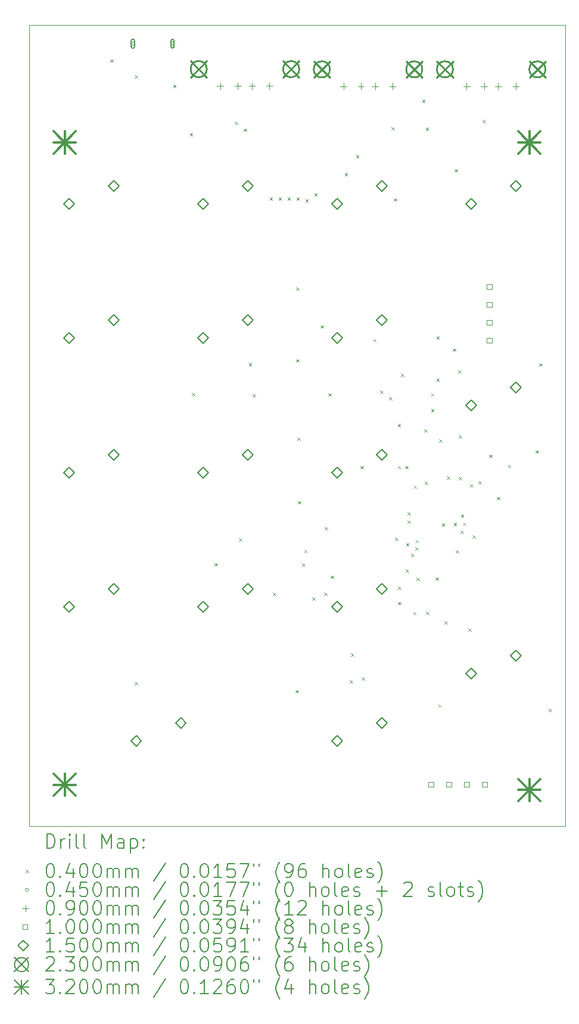
<source format=gbr>
%TF.GenerationSoftware,KiCad,Pcbnew,7.0.5-7.0.5~ubuntu22.04.1*%
%TF.CreationDate,2023-07-02T16:02:55+02:00*%
%TF.ProjectId,keyboard,6b657962-6f61-4726-942e-6b696361645f,v1.0*%
%TF.SameCoordinates,Original*%
%TF.FileFunction,Drillmap*%
%TF.FilePolarity,Positive*%
%FSLAX45Y45*%
G04 Gerber Fmt 4.5, Leading zero omitted, Abs format (unit mm)*
G04 Created by KiCad (PCBNEW 7.0.5-7.0.5~ubuntu22.04.1) date 2023-07-02 16:02:55*
%MOMM*%
%LPD*%
G01*
G04 APERTURE LIST*
%ADD10C,0.100000*%
%ADD11C,0.200000*%
%ADD12C,0.040000*%
%ADD13C,0.045000*%
%ADD14C,0.090000*%
%ADD15C,0.150000*%
%ADD16C,0.230000*%
%ADD17C,0.320000*%
G04 APERTURE END LIST*
D10*
X11430000Y-3429000D02*
X19050000Y-3429000D01*
X19050000Y-14808200D01*
X11430000Y-14808200D01*
X11430000Y-3429000D01*
D11*
D12*
X12583480Y-3922080D02*
X12623480Y-3962080D01*
X12623480Y-3922080D02*
X12583480Y-3962080D01*
X12934000Y-4144580D02*
X12974000Y-4184580D01*
X12974000Y-4144580D02*
X12934000Y-4184580D01*
X12934000Y-12766400D02*
X12974000Y-12806400D01*
X12974000Y-12766400D02*
X12934000Y-12806400D01*
X13480000Y-4280000D02*
X13520000Y-4320000D01*
X13520000Y-4280000D02*
X13480000Y-4320000D01*
X13716320Y-4968560D02*
X13756320Y-5008560D01*
X13756320Y-4968560D02*
X13716320Y-5008560D01*
X13746800Y-8656640D02*
X13786800Y-8696640D01*
X13786800Y-8656640D02*
X13746800Y-8696640D01*
X14066800Y-11074700D02*
X14106800Y-11114700D01*
X14106800Y-11074700D02*
X14066800Y-11114700D01*
X14354000Y-4806000D02*
X14394000Y-4846000D01*
X14394000Y-4806000D02*
X14354000Y-4846000D01*
X14417400Y-10724200D02*
X14457400Y-10764200D01*
X14457400Y-10724200D02*
X14417400Y-10764200D01*
X14480000Y-4902520D02*
X14520000Y-4942520D01*
X14520000Y-4902520D02*
X14480000Y-4942520D01*
X14554013Y-8237398D02*
X14594013Y-8277398D01*
X14594013Y-8237398D02*
X14554013Y-8277398D01*
X14610400Y-8676960D02*
X14650400Y-8716960D01*
X14650400Y-8676960D02*
X14610400Y-8716960D01*
X14851700Y-5880000D02*
X14891700Y-5920000D01*
X14891700Y-5880000D02*
X14851700Y-5920000D01*
X14894900Y-11496400D02*
X14934900Y-11536400D01*
X14934900Y-11496400D02*
X14894900Y-11536400D01*
X14978700Y-5880000D02*
X15018700Y-5920000D01*
X15018700Y-5880000D02*
X14978700Y-5920000D01*
X15105700Y-5880000D02*
X15145700Y-5920000D01*
X15145700Y-5880000D02*
X15105700Y-5920000D01*
X15220000Y-12878120D02*
X15260000Y-12918120D01*
X15260000Y-12878120D02*
X15220000Y-12918120D01*
X15225080Y-7158040D02*
X15265080Y-7198040D01*
X15265080Y-7158040D02*
X15225080Y-7198040D01*
X15225080Y-8179120D02*
X15265080Y-8219120D01*
X15265080Y-8179120D02*
X15225080Y-8219120D01*
X15232700Y-5880000D02*
X15272700Y-5920000D01*
X15272700Y-5880000D02*
X15232700Y-5920000D01*
X15245400Y-9291640D02*
X15285400Y-9331640D01*
X15285400Y-9291640D02*
X15245400Y-9331640D01*
X15255600Y-10195900D02*
X15295600Y-10235900D01*
X15295600Y-10195900D02*
X15255600Y-10235900D01*
X15311400Y-11079800D02*
X15351400Y-11119800D01*
X15351400Y-11079800D02*
X15311400Y-11119800D01*
X15343040Y-10889890D02*
X15383040Y-10929890D01*
X15383040Y-10889890D02*
X15343040Y-10929890D01*
X15359700Y-5908790D02*
X15399700Y-5948790D01*
X15399700Y-5908790D02*
X15359700Y-5948790D01*
X15453700Y-11562400D02*
X15493700Y-11602400D01*
X15493700Y-11562400D02*
X15453700Y-11602400D01*
X15486700Y-5821131D02*
X15526700Y-5861131D01*
X15526700Y-5821131D02*
X15486700Y-5861131D01*
X15575600Y-7696520D02*
X15615600Y-7736520D01*
X15615600Y-7696520D02*
X15575600Y-7736520D01*
X15624210Y-11495610D02*
X15664210Y-11535610D01*
X15664210Y-11495610D02*
X15624210Y-11535610D01*
X15631480Y-10561640D02*
X15671480Y-10601640D01*
X15671480Y-10561640D02*
X15631480Y-10601640D01*
X15687360Y-8661720D02*
X15727360Y-8701720D01*
X15727360Y-8661720D02*
X15687360Y-8701720D01*
X15717840Y-11252520D02*
X15757840Y-11292520D01*
X15757840Y-11252520D02*
X15717840Y-11292520D01*
X15917470Y-5536010D02*
X15957470Y-5576010D01*
X15957470Y-5536010D02*
X15917470Y-5576010D01*
X15992200Y-12741000D02*
X16032200Y-12781000D01*
X16032200Y-12741000D02*
X15992200Y-12781000D01*
X16007400Y-12359960D02*
X16047400Y-12399960D01*
X16047400Y-12359960D02*
X16007400Y-12399960D01*
X16080000Y-5280000D02*
X16120000Y-5320000D01*
X16120000Y-5280000D02*
X16080000Y-5320000D01*
X16140000Y-9696390D02*
X16180000Y-9736390D01*
X16180000Y-9696390D02*
X16140000Y-9736390D01*
X16158670Y-12697890D02*
X16198670Y-12737890D01*
X16198670Y-12697890D02*
X16158670Y-12737890D01*
X16324170Y-7891920D02*
X16364170Y-7931920D01*
X16364170Y-7891920D02*
X16324170Y-7931920D01*
X16422760Y-8622280D02*
X16462760Y-8662280D01*
X16462760Y-8622280D02*
X16422760Y-8662280D01*
X16548265Y-8714905D02*
X16588265Y-8754905D01*
X16588265Y-8714905D02*
X16548265Y-8754905D01*
X16580000Y-4880000D02*
X16620000Y-4920000D01*
X16620000Y-4880000D02*
X16580000Y-4920000D01*
X16617000Y-5893120D02*
X16657000Y-5933120D01*
X16657000Y-5893120D02*
X16617000Y-5933120D01*
X16634960Y-10717660D02*
X16674960Y-10757660D01*
X16674960Y-10717660D02*
X16634960Y-10757660D01*
X16671440Y-9100560D02*
X16711440Y-9140560D01*
X16711440Y-9100560D02*
X16671440Y-9140560D01*
X16671440Y-9695840D02*
X16711440Y-9735840D01*
X16711440Y-9695840D02*
X16671440Y-9735840D01*
X16675400Y-11625900D02*
X16715400Y-11665900D01*
X16715400Y-11625900D02*
X16675400Y-11665900D01*
X16677960Y-11410000D02*
X16717960Y-11450000D01*
X16717960Y-11410000D02*
X16677960Y-11450000D01*
X16718600Y-8387400D02*
X16758600Y-8427400D01*
X16758600Y-8387400D02*
X16718600Y-8427400D01*
X16777210Y-9696150D02*
X16817210Y-9736150D01*
X16817210Y-9696150D02*
X16777210Y-9736150D01*
X16784600Y-11166200D02*
X16824600Y-11206200D01*
X16824600Y-11166200D02*
X16784600Y-11206200D01*
X16789700Y-10790200D02*
X16829700Y-10830200D01*
X16829700Y-10790200D02*
X16789700Y-10830200D01*
X16810000Y-10353400D02*
X16850000Y-10393400D01*
X16850000Y-10353400D02*
X16810000Y-10393400D01*
X16810000Y-10470200D02*
X16850000Y-10510200D01*
X16850000Y-10470200D02*
X16810000Y-10510200D01*
X16860800Y-10942600D02*
X16900800Y-10982600D01*
X16900800Y-10942600D02*
X16860800Y-10982600D01*
X16891300Y-11770700D02*
X16931300Y-11810700D01*
X16931300Y-11770700D02*
X16891300Y-11810700D01*
X16899370Y-9975070D02*
X16939370Y-10015070D01*
X16939370Y-9975070D02*
X16899370Y-10015070D01*
X16921800Y-10851200D02*
X16961800Y-10891200D01*
X16961800Y-10851200D02*
X16921800Y-10891200D01*
X16925200Y-10744500D02*
X16965200Y-10784500D01*
X16965200Y-10744500D02*
X16925200Y-10784500D01*
X16935960Y-11285440D02*
X16975960Y-11325440D01*
X16975960Y-11285440D02*
X16935960Y-11325440D01*
X17018949Y-4494120D02*
X17058949Y-4534120D01*
X17058949Y-4494120D02*
X17018949Y-4534120D01*
X17046640Y-9174360D02*
X17086640Y-9214360D01*
X17086640Y-9174360D02*
X17046640Y-9214360D01*
X17054440Y-9920770D02*
X17094440Y-9960770D01*
X17094440Y-9920770D02*
X17054440Y-9960770D01*
X17069120Y-4890880D02*
X17109120Y-4930880D01*
X17109120Y-4890880D02*
X17069120Y-4930880D01*
X17070770Y-11767700D02*
X17110770Y-11807700D01*
X17110770Y-11767700D02*
X17070770Y-11807700D01*
X17145880Y-8888410D02*
X17185880Y-8928410D01*
X17185880Y-8888410D02*
X17145880Y-8928410D01*
X17146330Y-8661990D02*
X17186330Y-8701990D01*
X17186330Y-8661990D02*
X17146330Y-8701990D01*
X17211400Y-11277900D02*
X17251400Y-11317900D01*
X17251400Y-11277900D02*
X17211400Y-11317900D01*
X17221500Y-7854000D02*
X17261500Y-7894000D01*
X17261500Y-7854000D02*
X17221500Y-7894000D01*
X17221500Y-8453440D02*
X17261500Y-8493440D01*
X17261500Y-8453440D02*
X17221500Y-8493440D01*
X17246920Y-13081320D02*
X17286920Y-13121320D01*
X17286920Y-13081320D02*
X17246920Y-13121320D01*
X17258044Y-9316520D02*
X17298044Y-9356520D01*
X17298044Y-9316520D02*
X17258044Y-9356520D01*
X17297700Y-10510800D02*
X17337700Y-10550800D01*
X17337700Y-10510800D02*
X17297700Y-10550800D01*
X17333300Y-11902800D02*
X17373300Y-11942800D01*
X17373300Y-11902800D02*
X17333300Y-11942800D01*
X17368300Y-9845900D02*
X17408300Y-9885900D01*
X17408300Y-9845900D02*
X17368300Y-9885900D01*
X17454950Y-8028400D02*
X17494950Y-8068400D01*
X17494950Y-8028400D02*
X17454950Y-8068400D01*
X17468300Y-10502800D02*
X17508300Y-10542800D01*
X17508300Y-10502800D02*
X17468300Y-10542800D01*
X17480000Y-5480000D02*
X17520000Y-5520000D01*
X17520000Y-5480000D02*
X17480000Y-5520000D01*
X17495840Y-10891840D02*
X17535840Y-10931840D01*
X17535840Y-10891840D02*
X17495840Y-10931840D01*
X17530380Y-8337620D02*
X17570380Y-8377620D01*
X17570380Y-8337620D02*
X17530380Y-8377620D01*
X17536500Y-9261160D02*
X17576500Y-9301160D01*
X17576500Y-9261160D02*
X17536500Y-9301160D01*
X17536500Y-9850440D02*
X17576500Y-9890440D01*
X17576500Y-9850440D02*
X17536500Y-9890440D01*
X17566960Y-10612440D02*
X17606960Y-10652440D01*
X17606960Y-10612440D02*
X17566960Y-10652440D01*
X17568300Y-10382500D02*
X17608300Y-10422500D01*
X17608300Y-10382500D02*
X17568300Y-10422500D01*
X17602500Y-10500700D02*
X17642500Y-10540700D01*
X17642500Y-10500700D02*
X17602500Y-10540700D01*
X17673640Y-12004360D02*
X17713640Y-12044360D01*
X17713640Y-12004360D02*
X17673640Y-12044360D01*
X17699000Y-9952040D02*
X17739000Y-9992040D01*
X17739000Y-9952040D02*
X17699000Y-9992040D01*
X17732060Y-10683560D02*
X17772060Y-10723560D01*
X17772060Y-10683560D02*
X17732060Y-10723560D01*
X17815900Y-9911400D02*
X17855900Y-9951400D01*
X17855900Y-9911400D02*
X17815900Y-9951400D01*
X17880000Y-4780000D02*
X17920000Y-4820000D01*
X17920000Y-4780000D02*
X17880000Y-4820000D01*
X17968280Y-9535480D02*
X18008280Y-9575480D01*
X18008280Y-9535480D02*
X17968280Y-9575480D01*
X18080000Y-10135980D02*
X18120000Y-10175980D01*
X18120000Y-10135980D02*
X18080000Y-10175980D01*
X18237520Y-9677720D02*
X18277520Y-9717720D01*
X18277520Y-9677720D02*
X18237520Y-9717720D01*
X18628680Y-9474520D02*
X18668680Y-9514520D01*
X18668680Y-9474520D02*
X18628680Y-9514520D01*
X18679480Y-8240080D02*
X18719480Y-8280080D01*
X18719480Y-8240080D02*
X18679480Y-8280080D01*
X18816594Y-13143406D02*
X18856594Y-13183406D01*
X18856594Y-13143406D02*
X18816594Y-13183406D01*
D13*
X12929660Y-3698240D02*
G75*
G03*
X12929660Y-3698240I-22500J0D01*
G01*
D11*
X12929660Y-3738240D02*
X12929660Y-3658240D01*
X12929660Y-3658240D02*
G75*
G03*
X12884660Y-3658240I-22500J0D01*
G01*
X12884660Y-3658240D02*
X12884660Y-3738240D01*
X12884660Y-3738240D02*
G75*
G03*
X12929660Y-3738240I22500J0D01*
G01*
D13*
X13494660Y-3698240D02*
G75*
G03*
X13494660Y-3698240I-22500J0D01*
G01*
D11*
X13449660Y-3658240D02*
X13449660Y-3738240D01*
X13449660Y-3738240D02*
G75*
G03*
X13494660Y-3738240I22500J0D01*
G01*
X13494660Y-3738240D02*
X13494660Y-3658240D01*
X13494660Y-3658240D02*
G75*
G03*
X13449660Y-3658240I-22500J0D01*
G01*
D14*
X14150000Y-4255000D02*
X14150000Y-4345000D01*
X14105000Y-4300000D02*
X14195000Y-4300000D01*
X14400000Y-4255000D02*
X14400000Y-4345000D01*
X14355000Y-4300000D02*
X14445000Y-4300000D01*
X14600000Y-4255000D02*
X14600000Y-4345000D01*
X14555000Y-4300000D02*
X14645000Y-4300000D01*
X14850000Y-4255000D02*
X14850000Y-4345000D01*
X14805000Y-4300000D02*
X14895000Y-4300000D01*
X15900000Y-4257500D02*
X15900000Y-4347500D01*
X15855000Y-4302500D02*
X15945000Y-4302500D01*
X16150000Y-4257500D02*
X16150000Y-4347500D01*
X16105000Y-4302500D02*
X16195000Y-4302500D01*
X16350000Y-4257500D02*
X16350000Y-4347500D01*
X16305000Y-4302500D02*
X16395000Y-4302500D01*
X16600000Y-4257500D02*
X16600000Y-4347500D01*
X16555000Y-4302500D02*
X16645000Y-4302500D01*
X17650000Y-4257500D02*
X17650000Y-4347500D01*
X17605000Y-4302500D02*
X17695000Y-4302500D01*
X17900000Y-4257500D02*
X17900000Y-4347500D01*
X17855000Y-4302500D02*
X17945000Y-4302500D01*
X18100000Y-4257500D02*
X18100000Y-4347500D01*
X18055000Y-4302500D02*
X18145000Y-4302500D01*
X18350000Y-4257500D02*
X18350000Y-4347500D01*
X18305000Y-4302500D02*
X18395000Y-4302500D01*
D10*
X17179269Y-14254664D02*
X17179269Y-14183952D01*
X17108557Y-14183952D01*
X17108557Y-14254664D01*
X17179269Y-14254664D01*
X17433269Y-14254664D02*
X17433269Y-14183952D01*
X17362557Y-14183952D01*
X17362557Y-14254664D01*
X17433269Y-14254664D01*
X17687269Y-14254664D02*
X17687269Y-14183952D01*
X17616557Y-14183952D01*
X17616557Y-14254664D01*
X17687269Y-14254664D01*
X17941269Y-14254664D02*
X17941269Y-14183952D01*
X17870557Y-14183952D01*
X17870557Y-14254664D01*
X17941269Y-14254664D01*
X18008396Y-7186996D02*
X18008396Y-7116284D01*
X17937684Y-7116284D01*
X17937684Y-7186996D01*
X18008396Y-7186996D01*
X18008396Y-7440996D02*
X18008396Y-7370284D01*
X17937684Y-7370284D01*
X17937684Y-7440996D01*
X18008396Y-7440996D01*
X18008396Y-7694996D02*
X18008396Y-7624284D01*
X17937684Y-7624284D01*
X17937684Y-7694996D01*
X18008396Y-7694996D01*
X18008396Y-7948996D02*
X18008396Y-7878284D01*
X17937684Y-7878284D01*
X17937684Y-7948996D01*
X18008396Y-7948996D01*
D15*
X12004040Y-6049080D02*
X12079040Y-5974080D01*
X12004040Y-5899080D01*
X11929040Y-5974080D01*
X12004040Y-6049080D01*
X12004040Y-7954080D02*
X12079040Y-7879080D01*
X12004040Y-7804080D01*
X11929040Y-7879080D01*
X12004040Y-7954080D01*
X12004040Y-9864160D02*
X12079040Y-9789160D01*
X12004040Y-9714160D01*
X11929040Y-9789160D01*
X12004040Y-9864160D01*
X12004040Y-11769160D02*
X12079040Y-11694160D01*
X12004040Y-11619160D01*
X11929040Y-11694160D01*
X12004040Y-11769160D01*
X12639040Y-5795080D02*
X12714040Y-5720080D01*
X12639040Y-5645080D01*
X12564040Y-5720080D01*
X12639040Y-5795080D01*
X12639040Y-7700080D02*
X12714040Y-7625080D01*
X12639040Y-7550080D01*
X12564040Y-7625080D01*
X12639040Y-7700080D01*
X12639040Y-9610160D02*
X12714040Y-9535160D01*
X12639040Y-9460160D01*
X12564040Y-9535160D01*
X12639040Y-9610160D01*
X12639040Y-11515160D02*
X12714040Y-11440160D01*
X12639040Y-11365160D01*
X12564040Y-11440160D01*
X12639040Y-11515160D01*
X12954000Y-13674160D02*
X13029000Y-13599160D01*
X12954000Y-13524160D01*
X12879000Y-13599160D01*
X12954000Y-13674160D01*
X13589000Y-13420160D02*
X13664000Y-13345160D01*
X13589000Y-13270160D01*
X13514000Y-13345160D01*
X13589000Y-13420160D01*
X13909040Y-6049080D02*
X13984040Y-5974080D01*
X13909040Y-5899080D01*
X13834040Y-5974080D01*
X13909040Y-6049080D01*
X13909040Y-7954080D02*
X13984040Y-7879080D01*
X13909040Y-7804080D01*
X13834040Y-7879080D01*
X13909040Y-7954080D01*
X13909040Y-9864160D02*
X13984040Y-9789160D01*
X13909040Y-9714160D01*
X13834040Y-9789160D01*
X13909040Y-9864160D01*
X13909040Y-11769160D02*
X13984040Y-11694160D01*
X13909040Y-11619160D01*
X13834040Y-11694160D01*
X13909040Y-11769160D01*
X14544040Y-5795080D02*
X14619040Y-5720080D01*
X14544040Y-5645080D01*
X14469040Y-5720080D01*
X14544040Y-5795080D01*
X14544040Y-7700080D02*
X14619040Y-7625080D01*
X14544040Y-7550080D01*
X14469040Y-7625080D01*
X14544040Y-7700080D01*
X14544040Y-9610160D02*
X14619040Y-9535160D01*
X14544040Y-9460160D01*
X14469040Y-9535160D01*
X14544040Y-9610160D01*
X14544040Y-11515160D02*
X14619040Y-11440160D01*
X14544040Y-11365160D01*
X14469040Y-11440160D01*
X14544040Y-11515160D01*
X15814040Y-6049080D02*
X15889040Y-5974080D01*
X15814040Y-5899080D01*
X15739040Y-5974080D01*
X15814040Y-6049080D01*
X15814040Y-7954080D02*
X15889040Y-7879080D01*
X15814040Y-7804080D01*
X15739040Y-7879080D01*
X15814040Y-7954080D01*
X15814040Y-9864160D02*
X15889040Y-9789160D01*
X15814040Y-9714160D01*
X15739040Y-9789160D01*
X15814040Y-9864160D01*
X15814040Y-11769160D02*
X15889040Y-11694160D01*
X15814040Y-11619160D01*
X15739040Y-11694160D01*
X15814040Y-11769160D01*
X15814040Y-13674160D02*
X15889040Y-13599160D01*
X15814040Y-13524160D01*
X15739040Y-13599160D01*
X15814040Y-13674160D01*
X16449040Y-5795080D02*
X16524040Y-5720080D01*
X16449040Y-5645080D01*
X16374040Y-5720080D01*
X16449040Y-5795080D01*
X16449040Y-7700080D02*
X16524040Y-7625080D01*
X16449040Y-7550080D01*
X16374040Y-7625080D01*
X16449040Y-7700080D01*
X16449040Y-9610160D02*
X16524040Y-9535160D01*
X16449040Y-9460160D01*
X16374040Y-9535160D01*
X16449040Y-9610160D01*
X16449040Y-11515160D02*
X16524040Y-11440160D01*
X16449040Y-11365160D01*
X16374040Y-11440160D01*
X16449040Y-11515160D01*
X16449040Y-13420160D02*
X16524040Y-13345160D01*
X16449040Y-13270160D01*
X16374040Y-13345160D01*
X16449040Y-13420160D01*
X17719040Y-6049080D02*
X17794040Y-5974080D01*
X17719040Y-5899080D01*
X17644040Y-5974080D01*
X17719040Y-6049080D01*
X17719040Y-8909120D02*
X17794040Y-8834120D01*
X17719040Y-8759120D01*
X17644040Y-8834120D01*
X17719040Y-8909120D01*
X17719040Y-12719120D02*
X17794040Y-12644120D01*
X17719040Y-12569120D01*
X17644040Y-12644120D01*
X17719040Y-12719120D01*
X18354040Y-5795080D02*
X18429040Y-5720080D01*
X18354040Y-5645080D01*
X18279040Y-5720080D01*
X18354040Y-5795080D01*
X18354040Y-8655120D02*
X18429040Y-8580120D01*
X18354040Y-8505120D01*
X18279040Y-8580120D01*
X18354040Y-8655120D01*
X18354040Y-12465120D02*
X18429040Y-12390120D01*
X18354040Y-12315120D01*
X18279040Y-12390120D01*
X18354040Y-12465120D01*
D16*
X13728000Y-3945000D02*
X13958000Y-4175000D01*
X13958000Y-3945000D02*
X13728000Y-4175000D01*
X13958000Y-4060000D02*
G75*
G03*
X13958000Y-4060000I-115000J0D01*
G01*
X15042000Y-3945000D02*
X15272000Y-4175000D01*
X15272000Y-3945000D02*
X15042000Y-4175000D01*
X15272000Y-4060000D02*
G75*
G03*
X15272000Y-4060000I-115000J0D01*
G01*
X15478000Y-3947500D02*
X15708000Y-4177500D01*
X15708000Y-3947500D02*
X15478000Y-4177500D01*
X15708000Y-4062500D02*
G75*
G03*
X15708000Y-4062500I-115000J0D01*
G01*
X16792000Y-3947500D02*
X17022000Y-4177500D01*
X17022000Y-3947500D02*
X16792000Y-4177500D01*
X17022000Y-4062500D02*
G75*
G03*
X17022000Y-4062500I-115000J0D01*
G01*
X17228000Y-3947500D02*
X17458000Y-4177500D01*
X17458000Y-3947500D02*
X17228000Y-4177500D01*
X17458000Y-4062500D02*
G75*
G03*
X17458000Y-4062500I-115000J0D01*
G01*
X18542000Y-3947500D02*
X18772000Y-4177500D01*
X18772000Y-3947500D02*
X18542000Y-4177500D01*
X18772000Y-4062500D02*
G75*
G03*
X18772000Y-4062500I-115000J0D01*
G01*
D17*
X11778000Y-4940000D02*
X12098000Y-5260000D01*
X12098000Y-4940000D02*
X11778000Y-5260000D01*
X11938000Y-4940000D02*
X11938000Y-5260000D01*
X11778000Y-5100000D02*
X12098000Y-5100000D01*
X11778000Y-14064000D02*
X12098000Y-14384000D01*
X12098000Y-14064000D02*
X11778000Y-14384000D01*
X11938000Y-14064000D02*
X11938000Y-14384000D01*
X11778000Y-14224000D02*
X12098000Y-14224000D01*
X18382000Y-4940000D02*
X18702000Y-5260000D01*
X18702000Y-4940000D02*
X18382000Y-5260000D01*
X18542000Y-4940000D02*
X18542000Y-5260000D01*
X18382000Y-5100000D02*
X18702000Y-5100000D01*
X18382000Y-14140000D02*
X18702000Y-14460000D01*
X18702000Y-14140000D02*
X18382000Y-14460000D01*
X18542000Y-14140000D02*
X18542000Y-14460000D01*
X18382000Y-14300000D02*
X18702000Y-14300000D01*
D11*
X11685777Y-15124684D02*
X11685777Y-14924684D01*
X11685777Y-14924684D02*
X11733396Y-14924684D01*
X11733396Y-14924684D02*
X11761967Y-14934208D01*
X11761967Y-14934208D02*
X11781015Y-14953255D01*
X11781015Y-14953255D02*
X11790539Y-14972303D01*
X11790539Y-14972303D02*
X11800062Y-15010398D01*
X11800062Y-15010398D02*
X11800062Y-15038969D01*
X11800062Y-15038969D02*
X11790539Y-15077065D01*
X11790539Y-15077065D02*
X11781015Y-15096112D01*
X11781015Y-15096112D02*
X11761967Y-15115160D01*
X11761967Y-15115160D02*
X11733396Y-15124684D01*
X11733396Y-15124684D02*
X11685777Y-15124684D01*
X11885777Y-15124684D02*
X11885777Y-14991350D01*
X11885777Y-15029446D02*
X11895301Y-15010398D01*
X11895301Y-15010398D02*
X11904824Y-15000874D01*
X11904824Y-15000874D02*
X11923872Y-14991350D01*
X11923872Y-14991350D02*
X11942920Y-14991350D01*
X12009586Y-15124684D02*
X12009586Y-14991350D01*
X12009586Y-14924684D02*
X12000062Y-14934208D01*
X12000062Y-14934208D02*
X12009586Y-14943731D01*
X12009586Y-14943731D02*
X12019110Y-14934208D01*
X12019110Y-14934208D02*
X12009586Y-14924684D01*
X12009586Y-14924684D02*
X12009586Y-14943731D01*
X12133396Y-15124684D02*
X12114348Y-15115160D01*
X12114348Y-15115160D02*
X12104824Y-15096112D01*
X12104824Y-15096112D02*
X12104824Y-14924684D01*
X12238158Y-15124684D02*
X12219110Y-15115160D01*
X12219110Y-15115160D02*
X12209586Y-15096112D01*
X12209586Y-15096112D02*
X12209586Y-14924684D01*
X12466729Y-15124684D02*
X12466729Y-14924684D01*
X12466729Y-14924684D02*
X12533396Y-15067541D01*
X12533396Y-15067541D02*
X12600062Y-14924684D01*
X12600062Y-14924684D02*
X12600062Y-15124684D01*
X12781015Y-15124684D02*
X12781015Y-15019922D01*
X12781015Y-15019922D02*
X12771491Y-15000874D01*
X12771491Y-15000874D02*
X12752443Y-14991350D01*
X12752443Y-14991350D02*
X12714348Y-14991350D01*
X12714348Y-14991350D02*
X12695301Y-15000874D01*
X12781015Y-15115160D02*
X12761967Y-15124684D01*
X12761967Y-15124684D02*
X12714348Y-15124684D01*
X12714348Y-15124684D02*
X12695301Y-15115160D01*
X12695301Y-15115160D02*
X12685777Y-15096112D01*
X12685777Y-15096112D02*
X12685777Y-15077065D01*
X12685777Y-15077065D02*
X12695301Y-15058017D01*
X12695301Y-15058017D02*
X12714348Y-15048493D01*
X12714348Y-15048493D02*
X12761967Y-15048493D01*
X12761967Y-15048493D02*
X12781015Y-15038969D01*
X12876253Y-14991350D02*
X12876253Y-15191350D01*
X12876253Y-15000874D02*
X12895301Y-14991350D01*
X12895301Y-14991350D02*
X12933396Y-14991350D01*
X12933396Y-14991350D02*
X12952443Y-15000874D01*
X12952443Y-15000874D02*
X12961967Y-15010398D01*
X12961967Y-15010398D02*
X12971491Y-15029446D01*
X12971491Y-15029446D02*
X12971491Y-15086588D01*
X12971491Y-15086588D02*
X12961967Y-15105636D01*
X12961967Y-15105636D02*
X12952443Y-15115160D01*
X12952443Y-15115160D02*
X12933396Y-15124684D01*
X12933396Y-15124684D02*
X12895301Y-15124684D01*
X12895301Y-15124684D02*
X12876253Y-15115160D01*
X13057205Y-15105636D02*
X13066729Y-15115160D01*
X13066729Y-15115160D02*
X13057205Y-15124684D01*
X13057205Y-15124684D02*
X13047682Y-15115160D01*
X13047682Y-15115160D02*
X13057205Y-15105636D01*
X13057205Y-15105636D02*
X13057205Y-15124684D01*
X13057205Y-15000874D02*
X13066729Y-15010398D01*
X13066729Y-15010398D02*
X13057205Y-15019922D01*
X13057205Y-15019922D02*
X13047682Y-15010398D01*
X13047682Y-15010398D02*
X13057205Y-15000874D01*
X13057205Y-15000874D02*
X13057205Y-15019922D01*
D12*
X11385000Y-15433200D02*
X11425000Y-15473200D01*
X11425000Y-15433200D02*
X11385000Y-15473200D01*
D11*
X11723872Y-15344684D02*
X11742920Y-15344684D01*
X11742920Y-15344684D02*
X11761967Y-15354208D01*
X11761967Y-15354208D02*
X11771491Y-15363731D01*
X11771491Y-15363731D02*
X11781015Y-15382779D01*
X11781015Y-15382779D02*
X11790539Y-15420874D01*
X11790539Y-15420874D02*
X11790539Y-15468493D01*
X11790539Y-15468493D02*
X11781015Y-15506588D01*
X11781015Y-15506588D02*
X11771491Y-15525636D01*
X11771491Y-15525636D02*
X11761967Y-15535160D01*
X11761967Y-15535160D02*
X11742920Y-15544684D01*
X11742920Y-15544684D02*
X11723872Y-15544684D01*
X11723872Y-15544684D02*
X11704824Y-15535160D01*
X11704824Y-15535160D02*
X11695301Y-15525636D01*
X11695301Y-15525636D02*
X11685777Y-15506588D01*
X11685777Y-15506588D02*
X11676253Y-15468493D01*
X11676253Y-15468493D02*
X11676253Y-15420874D01*
X11676253Y-15420874D02*
X11685777Y-15382779D01*
X11685777Y-15382779D02*
X11695301Y-15363731D01*
X11695301Y-15363731D02*
X11704824Y-15354208D01*
X11704824Y-15354208D02*
X11723872Y-15344684D01*
X11876253Y-15525636D02*
X11885777Y-15535160D01*
X11885777Y-15535160D02*
X11876253Y-15544684D01*
X11876253Y-15544684D02*
X11866729Y-15535160D01*
X11866729Y-15535160D02*
X11876253Y-15525636D01*
X11876253Y-15525636D02*
X11876253Y-15544684D01*
X12057205Y-15411350D02*
X12057205Y-15544684D01*
X12009586Y-15335160D02*
X11961967Y-15478017D01*
X11961967Y-15478017D02*
X12085777Y-15478017D01*
X12200062Y-15344684D02*
X12219110Y-15344684D01*
X12219110Y-15344684D02*
X12238158Y-15354208D01*
X12238158Y-15354208D02*
X12247682Y-15363731D01*
X12247682Y-15363731D02*
X12257205Y-15382779D01*
X12257205Y-15382779D02*
X12266729Y-15420874D01*
X12266729Y-15420874D02*
X12266729Y-15468493D01*
X12266729Y-15468493D02*
X12257205Y-15506588D01*
X12257205Y-15506588D02*
X12247682Y-15525636D01*
X12247682Y-15525636D02*
X12238158Y-15535160D01*
X12238158Y-15535160D02*
X12219110Y-15544684D01*
X12219110Y-15544684D02*
X12200062Y-15544684D01*
X12200062Y-15544684D02*
X12181015Y-15535160D01*
X12181015Y-15535160D02*
X12171491Y-15525636D01*
X12171491Y-15525636D02*
X12161967Y-15506588D01*
X12161967Y-15506588D02*
X12152443Y-15468493D01*
X12152443Y-15468493D02*
X12152443Y-15420874D01*
X12152443Y-15420874D02*
X12161967Y-15382779D01*
X12161967Y-15382779D02*
X12171491Y-15363731D01*
X12171491Y-15363731D02*
X12181015Y-15354208D01*
X12181015Y-15354208D02*
X12200062Y-15344684D01*
X12390539Y-15344684D02*
X12409586Y-15344684D01*
X12409586Y-15344684D02*
X12428634Y-15354208D01*
X12428634Y-15354208D02*
X12438158Y-15363731D01*
X12438158Y-15363731D02*
X12447682Y-15382779D01*
X12447682Y-15382779D02*
X12457205Y-15420874D01*
X12457205Y-15420874D02*
X12457205Y-15468493D01*
X12457205Y-15468493D02*
X12447682Y-15506588D01*
X12447682Y-15506588D02*
X12438158Y-15525636D01*
X12438158Y-15525636D02*
X12428634Y-15535160D01*
X12428634Y-15535160D02*
X12409586Y-15544684D01*
X12409586Y-15544684D02*
X12390539Y-15544684D01*
X12390539Y-15544684D02*
X12371491Y-15535160D01*
X12371491Y-15535160D02*
X12361967Y-15525636D01*
X12361967Y-15525636D02*
X12352443Y-15506588D01*
X12352443Y-15506588D02*
X12342920Y-15468493D01*
X12342920Y-15468493D02*
X12342920Y-15420874D01*
X12342920Y-15420874D02*
X12352443Y-15382779D01*
X12352443Y-15382779D02*
X12361967Y-15363731D01*
X12361967Y-15363731D02*
X12371491Y-15354208D01*
X12371491Y-15354208D02*
X12390539Y-15344684D01*
X12542920Y-15544684D02*
X12542920Y-15411350D01*
X12542920Y-15430398D02*
X12552443Y-15420874D01*
X12552443Y-15420874D02*
X12571491Y-15411350D01*
X12571491Y-15411350D02*
X12600063Y-15411350D01*
X12600063Y-15411350D02*
X12619110Y-15420874D01*
X12619110Y-15420874D02*
X12628634Y-15439922D01*
X12628634Y-15439922D02*
X12628634Y-15544684D01*
X12628634Y-15439922D02*
X12638158Y-15420874D01*
X12638158Y-15420874D02*
X12657205Y-15411350D01*
X12657205Y-15411350D02*
X12685777Y-15411350D01*
X12685777Y-15411350D02*
X12704824Y-15420874D01*
X12704824Y-15420874D02*
X12714348Y-15439922D01*
X12714348Y-15439922D02*
X12714348Y-15544684D01*
X12809586Y-15544684D02*
X12809586Y-15411350D01*
X12809586Y-15430398D02*
X12819110Y-15420874D01*
X12819110Y-15420874D02*
X12838158Y-15411350D01*
X12838158Y-15411350D02*
X12866729Y-15411350D01*
X12866729Y-15411350D02*
X12885777Y-15420874D01*
X12885777Y-15420874D02*
X12895301Y-15439922D01*
X12895301Y-15439922D02*
X12895301Y-15544684D01*
X12895301Y-15439922D02*
X12904824Y-15420874D01*
X12904824Y-15420874D02*
X12923872Y-15411350D01*
X12923872Y-15411350D02*
X12952443Y-15411350D01*
X12952443Y-15411350D02*
X12971491Y-15420874D01*
X12971491Y-15420874D02*
X12981015Y-15439922D01*
X12981015Y-15439922D02*
X12981015Y-15544684D01*
X13371491Y-15335160D02*
X13200063Y-15592303D01*
X13628634Y-15344684D02*
X13647682Y-15344684D01*
X13647682Y-15344684D02*
X13666729Y-15354208D01*
X13666729Y-15354208D02*
X13676253Y-15363731D01*
X13676253Y-15363731D02*
X13685777Y-15382779D01*
X13685777Y-15382779D02*
X13695301Y-15420874D01*
X13695301Y-15420874D02*
X13695301Y-15468493D01*
X13695301Y-15468493D02*
X13685777Y-15506588D01*
X13685777Y-15506588D02*
X13676253Y-15525636D01*
X13676253Y-15525636D02*
X13666729Y-15535160D01*
X13666729Y-15535160D02*
X13647682Y-15544684D01*
X13647682Y-15544684D02*
X13628634Y-15544684D01*
X13628634Y-15544684D02*
X13609586Y-15535160D01*
X13609586Y-15535160D02*
X13600063Y-15525636D01*
X13600063Y-15525636D02*
X13590539Y-15506588D01*
X13590539Y-15506588D02*
X13581015Y-15468493D01*
X13581015Y-15468493D02*
X13581015Y-15420874D01*
X13581015Y-15420874D02*
X13590539Y-15382779D01*
X13590539Y-15382779D02*
X13600063Y-15363731D01*
X13600063Y-15363731D02*
X13609586Y-15354208D01*
X13609586Y-15354208D02*
X13628634Y-15344684D01*
X13781015Y-15525636D02*
X13790539Y-15535160D01*
X13790539Y-15535160D02*
X13781015Y-15544684D01*
X13781015Y-15544684D02*
X13771491Y-15535160D01*
X13771491Y-15535160D02*
X13781015Y-15525636D01*
X13781015Y-15525636D02*
X13781015Y-15544684D01*
X13914348Y-15344684D02*
X13933396Y-15344684D01*
X13933396Y-15344684D02*
X13952444Y-15354208D01*
X13952444Y-15354208D02*
X13961967Y-15363731D01*
X13961967Y-15363731D02*
X13971491Y-15382779D01*
X13971491Y-15382779D02*
X13981015Y-15420874D01*
X13981015Y-15420874D02*
X13981015Y-15468493D01*
X13981015Y-15468493D02*
X13971491Y-15506588D01*
X13971491Y-15506588D02*
X13961967Y-15525636D01*
X13961967Y-15525636D02*
X13952444Y-15535160D01*
X13952444Y-15535160D02*
X13933396Y-15544684D01*
X13933396Y-15544684D02*
X13914348Y-15544684D01*
X13914348Y-15544684D02*
X13895301Y-15535160D01*
X13895301Y-15535160D02*
X13885777Y-15525636D01*
X13885777Y-15525636D02*
X13876253Y-15506588D01*
X13876253Y-15506588D02*
X13866729Y-15468493D01*
X13866729Y-15468493D02*
X13866729Y-15420874D01*
X13866729Y-15420874D02*
X13876253Y-15382779D01*
X13876253Y-15382779D02*
X13885777Y-15363731D01*
X13885777Y-15363731D02*
X13895301Y-15354208D01*
X13895301Y-15354208D02*
X13914348Y-15344684D01*
X14171491Y-15544684D02*
X14057206Y-15544684D01*
X14114348Y-15544684D02*
X14114348Y-15344684D01*
X14114348Y-15344684D02*
X14095301Y-15373255D01*
X14095301Y-15373255D02*
X14076253Y-15392303D01*
X14076253Y-15392303D02*
X14057206Y-15401827D01*
X14352444Y-15344684D02*
X14257206Y-15344684D01*
X14257206Y-15344684D02*
X14247682Y-15439922D01*
X14247682Y-15439922D02*
X14257206Y-15430398D01*
X14257206Y-15430398D02*
X14276253Y-15420874D01*
X14276253Y-15420874D02*
X14323872Y-15420874D01*
X14323872Y-15420874D02*
X14342920Y-15430398D01*
X14342920Y-15430398D02*
X14352444Y-15439922D01*
X14352444Y-15439922D02*
X14361967Y-15458969D01*
X14361967Y-15458969D02*
X14361967Y-15506588D01*
X14361967Y-15506588D02*
X14352444Y-15525636D01*
X14352444Y-15525636D02*
X14342920Y-15535160D01*
X14342920Y-15535160D02*
X14323872Y-15544684D01*
X14323872Y-15544684D02*
X14276253Y-15544684D01*
X14276253Y-15544684D02*
X14257206Y-15535160D01*
X14257206Y-15535160D02*
X14247682Y-15525636D01*
X14428634Y-15344684D02*
X14561967Y-15344684D01*
X14561967Y-15344684D02*
X14476253Y-15544684D01*
X14628634Y-15344684D02*
X14628634Y-15382779D01*
X14704825Y-15344684D02*
X14704825Y-15382779D01*
X15000063Y-15620874D02*
X14990539Y-15611350D01*
X14990539Y-15611350D02*
X14971491Y-15582779D01*
X14971491Y-15582779D02*
X14961968Y-15563731D01*
X14961968Y-15563731D02*
X14952444Y-15535160D01*
X14952444Y-15535160D02*
X14942920Y-15487541D01*
X14942920Y-15487541D02*
X14942920Y-15449446D01*
X14942920Y-15449446D02*
X14952444Y-15401827D01*
X14952444Y-15401827D02*
X14961968Y-15373255D01*
X14961968Y-15373255D02*
X14971491Y-15354208D01*
X14971491Y-15354208D02*
X14990539Y-15325636D01*
X14990539Y-15325636D02*
X15000063Y-15316112D01*
X15085777Y-15544684D02*
X15123872Y-15544684D01*
X15123872Y-15544684D02*
X15142920Y-15535160D01*
X15142920Y-15535160D02*
X15152444Y-15525636D01*
X15152444Y-15525636D02*
X15171491Y-15497065D01*
X15171491Y-15497065D02*
X15181015Y-15458969D01*
X15181015Y-15458969D02*
X15181015Y-15382779D01*
X15181015Y-15382779D02*
X15171491Y-15363731D01*
X15171491Y-15363731D02*
X15161968Y-15354208D01*
X15161968Y-15354208D02*
X15142920Y-15344684D01*
X15142920Y-15344684D02*
X15104825Y-15344684D01*
X15104825Y-15344684D02*
X15085777Y-15354208D01*
X15085777Y-15354208D02*
X15076253Y-15363731D01*
X15076253Y-15363731D02*
X15066729Y-15382779D01*
X15066729Y-15382779D02*
X15066729Y-15430398D01*
X15066729Y-15430398D02*
X15076253Y-15449446D01*
X15076253Y-15449446D02*
X15085777Y-15458969D01*
X15085777Y-15458969D02*
X15104825Y-15468493D01*
X15104825Y-15468493D02*
X15142920Y-15468493D01*
X15142920Y-15468493D02*
X15161968Y-15458969D01*
X15161968Y-15458969D02*
X15171491Y-15449446D01*
X15171491Y-15449446D02*
X15181015Y-15430398D01*
X15352444Y-15344684D02*
X15314348Y-15344684D01*
X15314348Y-15344684D02*
X15295301Y-15354208D01*
X15295301Y-15354208D02*
X15285777Y-15363731D01*
X15285777Y-15363731D02*
X15266729Y-15392303D01*
X15266729Y-15392303D02*
X15257206Y-15430398D01*
X15257206Y-15430398D02*
X15257206Y-15506588D01*
X15257206Y-15506588D02*
X15266729Y-15525636D01*
X15266729Y-15525636D02*
X15276253Y-15535160D01*
X15276253Y-15535160D02*
X15295301Y-15544684D01*
X15295301Y-15544684D02*
X15333396Y-15544684D01*
X15333396Y-15544684D02*
X15352444Y-15535160D01*
X15352444Y-15535160D02*
X15361968Y-15525636D01*
X15361968Y-15525636D02*
X15371491Y-15506588D01*
X15371491Y-15506588D02*
X15371491Y-15458969D01*
X15371491Y-15458969D02*
X15361968Y-15439922D01*
X15361968Y-15439922D02*
X15352444Y-15430398D01*
X15352444Y-15430398D02*
X15333396Y-15420874D01*
X15333396Y-15420874D02*
X15295301Y-15420874D01*
X15295301Y-15420874D02*
X15276253Y-15430398D01*
X15276253Y-15430398D02*
X15266729Y-15439922D01*
X15266729Y-15439922D02*
X15257206Y-15458969D01*
X15609587Y-15544684D02*
X15609587Y-15344684D01*
X15695301Y-15544684D02*
X15695301Y-15439922D01*
X15695301Y-15439922D02*
X15685777Y-15420874D01*
X15685777Y-15420874D02*
X15666730Y-15411350D01*
X15666730Y-15411350D02*
X15638158Y-15411350D01*
X15638158Y-15411350D02*
X15619110Y-15420874D01*
X15619110Y-15420874D02*
X15609587Y-15430398D01*
X15819110Y-15544684D02*
X15800063Y-15535160D01*
X15800063Y-15535160D02*
X15790539Y-15525636D01*
X15790539Y-15525636D02*
X15781015Y-15506588D01*
X15781015Y-15506588D02*
X15781015Y-15449446D01*
X15781015Y-15449446D02*
X15790539Y-15430398D01*
X15790539Y-15430398D02*
X15800063Y-15420874D01*
X15800063Y-15420874D02*
X15819110Y-15411350D01*
X15819110Y-15411350D02*
X15847682Y-15411350D01*
X15847682Y-15411350D02*
X15866730Y-15420874D01*
X15866730Y-15420874D02*
X15876253Y-15430398D01*
X15876253Y-15430398D02*
X15885777Y-15449446D01*
X15885777Y-15449446D02*
X15885777Y-15506588D01*
X15885777Y-15506588D02*
X15876253Y-15525636D01*
X15876253Y-15525636D02*
X15866730Y-15535160D01*
X15866730Y-15535160D02*
X15847682Y-15544684D01*
X15847682Y-15544684D02*
X15819110Y-15544684D01*
X16000063Y-15544684D02*
X15981015Y-15535160D01*
X15981015Y-15535160D02*
X15971491Y-15516112D01*
X15971491Y-15516112D02*
X15971491Y-15344684D01*
X16152444Y-15535160D02*
X16133396Y-15544684D01*
X16133396Y-15544684D02*
X16095301Y-15544684D01*
X16095301Y-15544684D02*
X16076253Y-15535160D01*
X16076253Y-15535160D02*
X16066730Y-15516112D01*
X16066730Y-15516112D02*
X16066730Y-15439922D01*
X16066730Y-15439922D02*
X16076253Y-15420874D01*
X16076253Y-15420874D02*
X16095301Y-15411350D01*
X16095301Y-15411350D02*
X16133396Y-15411350D01*
X16133396Y-15411350D02*
X16152444Y-15420874D01*
X16152444Y-15420874D02*
X16161968Y-15439922D01*
X16161968Y-15439922D02*
X16161968Y-15458969D01*
X16161968Y-15458969D02*
X16066730Y-15478017D01*
X16238158Y-15535160D02*
X16257206Y-15544684D01*
X16257206Y-15544684D02*
X16295301Y-15544684D01*
X16295301Y-15544684D02*
X16314349Y-15535160D01*
X16314349Y-15535160D02*
X16323872Y-15516112D01*
X16323872Y-15516112D02*
X16323872Y-15506588D01*
X16323872Y-15506588D02*
X16314349Y-15487541D01*
X16314349Y-15487541D02*
X16295301Y-15478017D01*
X16295301Y-15478017D02*
X16266730Y-15478017D01*
X16266730Y-15478017D02*
X16247682Y-15468493D01*
X16247682Y-15468493D02*
X16238158Y-15449446D01*
X16238158Y-15449446D02*
X16238158Y-15439922D01*
X16238158Y-15439922D02*
X16247682Y-15420874D01*
X16247682Y-15420874D02*
X16266730Y-15411350D01*
X16266730Y-15411350D02*
X16295301Y-15411350D01*
X16295301Y-15411350D02*
X16314349Y-15420874D01*
X16390539Y-15620874D02*
X16400063Y-15611350D01*
X16400063Y-15611350D02*
X16419111Y-15582779D01*
X16419111Y-15582779D02*
X16428634Y-15563731D01*
X16428634Y-15563731D02*
X16438158Y-15535160D01*
X16438158Y-15535160D02*
X16447682Y-15487541D01*
X16447682Y-15487541D02*
X16447682Y-15449446D01*
X16447682Y-15449446D02*
X16438158Y-15401827D01*
X16438158Y-15401827D02*
X16428634Y-15373255D01*
X16428634Y-15373255D02*
X16419111Y-15354208D01*
X16419111Y-15354208D02*
X16400063Y-15325636D01*
X16400063Y-15325636D02*
X16390539Y-15316112D01*
D13*
X11425000Y-15717200D02*
G75*
G03*
X11425000Y-15717200I-22500J0D01*
G01*
D11*
X11723872Y-15608684D02*
X11742920Y-15608684D01*
X11742920Y-15608684D02*
X11761967Y-15618208D01*
X11761967Y-15618208D02*
X11771491Y-15627731D01*
X11771491Y-15627731D02*
X11781015Y-15646779D01*
X11781015Y-15646779D02*
X11790539Y-15684874D01*
X11790539Y-15684874D02*
X11790539Y-15732493D01*
X11790539Y-15732493D02*
X11781015Y-15770588D01*
X11781015Y-15770588D02*
X11771491Y-15789636D01*
X11771491Y-15789636D02*
X11761967Y-15799160D01*
X11761967Y-15799160D02*
X11742920Y-15808684D01*
X11742920Y-15808684D02*
X11723872Y-15808684D01*
X11723872Y-15808684D02*
X11704824Y-15799160D01*
X11704824Y-15799160D02*
X11695301Y-15789636D01*
X11695301Y-15789636D02*
X11685777Y-15770588D01*
X11685777Y-15770588D02*
X11676253Y-15732493D01*
X11676253Y-15732493D02*
X11676253Y-15684874D01*
X11676253Y-15684874D02*
X11685777Y-15646779D01*
X11685777Y-15646779D02*
X11695301Y-15627731D01*
X11695301Y-15627731D02*
X11704824Y-15618208D01*
X11704824Y-15618208D02*
X11723872Y-15608684D01*
X11876253Y-15789636D02*
X11885777Y-15799160D01*
X11885777Y-15799160D02*
X11876253Y-15808684D01*
X11876253Y-15808684D02*
X11866729Y-15799160D01*
X11866729Y-15799160D02*
X11876253Y-15789636D01*
X11876253Y-15789636D02*
X11876253Y-15808684D01*
X12057205Y-15675350D02*
X12057205Y-15808684D01*
X12009586Y-15599160D02*
X11961967Y-15742017D01*
X11961967Y-15742017D02*
X12085777Y-15742017D01*
X12257205Y-15608684D02*
X12161967Y-15608684D01*
X12161967Y-15608684D02*
X12152443Y-15703922D01*
X12152443Y-15703922D02*
X12161967Y-15694398D01*
X12161967Y-15694398D02*
X12181015Y-15684874D01*
X12181015Y-15684874D02*
X12228634Y-15684874D01*
X12228634Y-15684874D02*
X12247682Y-15694398D01*
X12247682Y-15694398D02*
X12257205Y-15703922D01*
X12257205Y-15703922D02*
X12266729Y-15722969D01*
X12266729Y-15722969D02*
X12266729Y-15770588D01*
X12266729Y-15770588D02*
X12257205Y-15789636D01*
X12257205Y-15789636D02*
X12247682Y-15799160D01*
X12247682Y-15799160D02*
X12228634Y-15808684D01*
X12228634Y-15808684D02*
X12181015Y-15808684D01*
X12181015Y-15808684D02*
X12161967Y-15799160D01*
X12161967Y-15799160D02*
X12152443Y-15789636D01*
X12390539Y-15608684D02*
X12409586Y-15608684D01*
X12409586Y-15608684D02*
X12428634Y-15618208D01*
X12428634Y-15618208D02*
X12438158Y-15627731D01*
X12438158Y-15627731D02*
X12447682Y-15646779D01*
X12447682Y-15646779D02*
X12457205Y-15684874D01*
X12457205Y-15684874D02*
X12457205Y-15732493D01*
X12457205Y-15732493D02*
X12447682Y-15770588D01*
X12447682Y-15770588D02*
X12438158Y-15789636D01*
X12438158Y-15789636D02*
X12428634Y-15799160D01*
X12428634Y-15799160D02*
X12409586Y-15808684D01*
X12409586Y-15808684D02*
X12390539Y-15808684D01*
X12390539Y-15808684D02*
X12371491Y-15799160D01*
X12371491Y-15799160D02*
X12361967Y-15789636D01*
X12361967Y-15789636D02*
X12352443Y-15770588D01*
X12352443Y-15770588D02*
X12342920Y-15732493D01*
X12342920Y-15732493D02*
X12342920Y-15684874D01*
X12342920Y-15684874D02*
X12352443Y-15646779D01*
X12352443Y-15646779D02*
X12361967Y-15627731D01*
X12361967Y-15627731D02*
X12371491Y-15618208D01*
X12371491Y-15618208D02*
X12390539Y-15608684D01*
X12542920Y-15808684D02*
X12542920Y-15675350D01*
X12542920Y-15694398D02*
X12552443Y-15684874D01*
X12552443Y-15684874D02*
X12571491Y-15675350D01*
X12571491Y-15675350D02*
X12600063Y-15675350D01*
X12600063Y-15675350D02*
X12619110Y-15684874D01*
X12619110Y-15684874D02*
X12628634Y-15703922D01*
X12628634Y-15703922D02*
X12628634Y-15808684D01*
X12628634Y-15703922D02*
X12638158Y-15684874D01*
X12638158Y-15684874D02*
X12657205Y-15675350D01*
X12657205Y-15675350D02*
X12685777Y-15675350D01*
X12685777Y-15675350D02*
X12704824Y-15684874D01*
X12704824Y-15684874D02*
X12714348Y-15703922D01*
X12714348Y-15703922D02*
X12714348Y-15808684D01*
X12809586Y-15808684D02*
X12809586Y-15675350D01*
X12809586Y-15694398D02*
X12819110Y-15684874D01*
X12819110Y-15684874D02*
X12838158Y-15675350D01*
X12838158Y-15675350D02*
X12866729Y-15675350D01*
X12866729Y-15675350D02*
X12885777Y-15684874D01*
X12885777Y-15684874D02*
X12895301Y-15703922D01*
X12895301Y-15703922D02*
X12895301Y-15808684D01*
X12895301Y-15703922D02*
X12904824Y-15684874D01*
X12904824Y-15684874D02*
X12923872Y-15675350D01*
X12923872Y-15675350D02*
X12952443Y-15675350D01*
X12952443Y-15675350D02*
X12971491Y-15684874D01*
X12971491Y-15684874D02*
X12981015Y-15703922D01*
X12981015Y-15703922D02*
X12981015Y-15808684D01*
X13371491Y-15599160D02*
X13200063Y-15856303D01*
X13628634Y-15608684D02*
X13647682Y-15608684D01*
X13647682Y-15608684D02*
X13666729Y-15618208D01*
X13666729Y-15618208D02*
X13676253Y-15627731D01*
X13676253Y-15627731D02*
X13685777Y-15646779D01*
X13685777Y-15646779D02*
X13695301Y-15684874D01*
X13695301Y-15684874D02*
X13695301Y-15732493D01*
X13695301Y-15732493D02*
X13685777Y-15770588D01*
X13685777Y-15770588D02*
X13676253Y-15789636D01*
X13676253Y-15789636D02*
X13666729Y-15799160D01*
X13666729Y-15799160D02*
X13647682Y-15808684D01*
X13647682Y-15808684D02*
X13628634Y-15808684D01*
X13628634Y-15808684D02*
X13609586Y-15799160D01*
X13609586Y-15799160D02*
X13600063Y-15789636D01*
X13600063Y-15789636D02*
X13590539Y-15770588D01*
X13590539Y-15770588D02*
X13581015Y-15732493D01*
X13581015Y-15732493D02*
X13581015Y-15684874D01*
X13581015Y-15684874D02*
X13590539Y-15646779D01*
X13590539Y-15646779D02*
X13600063Y-15627731D01*
X13600063Y-15627731D02*
X13609586Y-15618208D01*
X13609586Y-15618208D02*
X13628634Y-15608684D01*
X13781015Y-15789636D02*
X13790539Y-15799160D01*
X13790539Y-15799160D02*
X13781015Y-15808684D01*
X13781015Y-15808684D02*
X13771491Y-15799160D01*
X13771491Y-15799160D02*
X13781015Y-15789636D01*
X13781015Y-15789636D02*
X13781015Y-15808684D01*
X13914348Y-15608684D02*
X13933396Y-15608684D01*
X13933396Y-15608684D02*
X13952444Y-15618208D01*
X13952444Y-15618208D02*
X13961967Y-15627731D01*
X13961967Y-15627731D02*
X13971491Y-15646779D01*
X13971491Y-15646779D02*
X13981015Y-15684874D01*
X13981015Y-15684874D02*
X13981015Y-15732493D01*
X13981015Y-15732493D02*
X13971491Y-15770588D01*
X13971491Y-15770588D02*
X13961967Y-15789636D01*
X13961967Y-15789636D02*
X13952444Y-15799160D01*
X13952444Y-15799160D02*
X13933396Y-15808684D01*
X13933396Y-15808684D02*
X13914348Y-15808684D01*
X13914348Y-15808684D02*
X13895301Y-15799160D01*
X13895301Y-15799160D02*
X13885777Y-15789636D01*
X13885777Y-15789636D02*
X13876253Y-15770588D01*
X13876253Y-15770588D02*
X13866729Y-15732493D01*
X13866729Y-15732493D02*
X13866729Y-15684874D01*
X13866729Y-15684874D02*
X13876253Y-15646779D01*
X13876253Y-15646779D02*
X13885777Y-15627731D01*
X13885777Y-15627731D02*
X13895301Y-15618208D01*
X13895301Y-15618208D02*
X13914348Y-15608684D01*
X14171491Y-15808684D02*
X14057206Y-15808684D01*
X14114348Y-15808684D02*
X14114348Y-15608684D01*
X14114348Y-15608684D02*
X14095301Y-15637255D01*
X14095301Y-15637255D02*
X14076253Y-15656303D01*
X14076253Y-15656303D02*
X14057206Y-15665827D01*
X14238158Y-15608684D02*
X14371491Y-15608684D01*
X14371491Y-15608684D02*
X14285777Y-15808684D01*
X14428634Y-15608684D02*
X14561967Y-15608684D01*
X14561967Y-15608684D02*
X14476253Y-15808684D01*
X14628634Y-15608684D02*
X14628634Y-15646779D01*
X14704825Y-15608684D02*
X14704825Y-15646779D01*
X15000063Y-15884874D02*
X14990539Y-15875350D01*
X14990539Y-15875350D02*
X14971491Y-15846779D01*
X14971491Y-15846779D02*
X14961968Y-15827731D01*
X14961968Y-15827731D02*
X14952444Y-15799160D01*
X14952444Y-15799160D02*
X14942920Y-15751541D01*
X14942920Y-15751541D02*
X14942920Y-15713446D01*
X14942920Y-15713446D02*
X14952444Y-15665827D01*
X14952444Y-15665827D02*
X14961968Y-15637255D01*
X14961968Y-15637255D02*
X14971491Y-15618208D01*
X14971491Y-15618208D02*
X14990539Y-15589636D01*
X14990539Y-15589636D02*
X15000063Y-15580112D01*
X15114348Y-15608684D02*
X15133396Y-15608684D01*
X15133396Y-15608684D02*
X15152444Y-15618208D01*
X15152444Y-15618208D02*
X15161968Y-15627731D01*
X15161968Y-15627731D02*
X15171491Y-15646779D01*
X15171491Y-15646779D02*
X15181015Y-15684874D01*
X15181015Y-15684874D02*
X15181015Y-15732493D01*
X15181015Y-15732493D02*
X15171491Y-15770588D01*
X15171491Y-15770588D02*
X15161968Y-15789636D01*
X15161968Y-15789636D02*
X15152444Y-15799160D01*
X15152444Y-15799160D02*
X15133396Y-15808684D01*
X15133396Y-15808684D02*
X15114348Y-15808684D01*
X15114348Y-15808684D02*
X15095301Y-15799160D01*
X15095301Y-15799160D02*
X15085777Y-15789636D01*
X15085777Y-15789636D02*
X15076253Y-15770588D01*
X15076253Y-15770588D02*
X15066729Y-15732493D01*
X15066729Y-15732493D02*
X15066729Y-15684874D01*
X15066729Y-15684874D02*
X15076253Y-15646779D01*
X15076253Y-15646779D02*
X15085777Y-15627731D01*
X15085777Y-15627731D02*
X15095301Y-15618208D01*
X15095301Y-15618208D02*
X15114348Y-15608684D01*
X15419110Y-15808684D02*
X15419110Y-15608684D01*
X15504825Y-15808684D02*
X15504825Y-15703922D01*
X15504825Y-15703922D02*
X15495301Y-15684874D01*
X15495301Y-15684874D02*
X15476253Y-15675350D01*
X15476253Y-15675350D02*
X15447682Y-15675350D01*
X15447682Y-15675350D02*
X15428634Y-15684874D01*
X15428634Y-15684874D02*
X15419110Y-15694398D01*
X15628634Y-15808684D02*
X15609587Y-15799160D01*
X15609587Y-15799160D02*
X15600063Y-15789636D01*
X15600063Y-15789636D02*
X15590539Y-15770588D01*
X15590539Y-15770588D02*
X15590539Y-15713446D01*
X15590539Y-15713446D02*
X15600063Y-15694398D01*
X15600063Y-15694398D02*
X15609587Y-15684874D01*
X15609587Y-15684874D02*
X15628634Y-15675350D01*
X15628634Y-15675350D02*
X15657206Y-15675350D01*
X15657206Y-15675350D02*
X15676253Y-15684874D01*
X15676253Y-15684874D02*
X15685777Y-15694398D01*
X15685777Y-15694398D02*
X15695301Y-15713446D01*
X15695301Y-15713446D02*
X15695301Y-15770588D01*
X15695301Y-15770588D02*
X15685777Y-15789636D01*
X15685777Y-15789636D02*
X15676253Y-15799160D01*
X15676253Y-15799160D02*
X15657206Y-15808684D01*
X15657206Y-15808684D02*
X15628634Y-15808684D01*
X15809587Y-15808684D02*
X15790539Y-15799160D01*
X15790539Y-15799160D02*
X15781015Y-15780112D01*
X15781015Y-15780112D02*
X15781015Y-15608684D01*
X15961968Y-15799160D02*
X15942920Y-15808684D01*
X15942920Y-15808684D02*
X15904825Y-15808684D01*
X15904825Y-15808684D02*
X15885777Y-15799160D01*
X15885777Y-15799160D02*
X15876253Y-15780112D01*
X15876253Y-15780112D02*
X15876253Y-15703922D01*
X15876253Y-15703922D02*
X15885777Y-15684874D01*
X15885777Y-15684874D02*
X15904825Y-15675350D01*
X15904825Y-15675350D02*
X15942920Y-15675350D01*
X15942920Y-15675350D02*
X15961968Y-15684874D01*
X15961968Y-15684874D02*
X15971491Y-15703922D01*
X15971491Y-15703922D02*
X15971491Y-15722969D01*
X15971491Y-15722969D02*
X15876253Y-15742017D01*
X16047682Y-15799160D02*
X16066730Y-15808684D01*
X16066730Y-15808684D02*
X16104825Y-15808684D01*
X16104825Y-15808684D02*
X16123872Y-15799160D01*
X16123872Y-15799160D02*
X16133396Y-15780112D01*
X16133396Y-15780112D02*
X16133396Y-15770588D01*
X16133396Y-15770588D02*
X16123872Y-15751541D01*
X16123872Y-15751541D02*
X16104825Y-15742017D01*
X16104825Y-15742017D02*
X16076253Y-15742017D01*
X16076253Y-15742017D02*
X16057206Y-15732493D01*
X16057206Y-15732493D02*
X16047682Y-15713446D01*
X16047682Y-15713446D02*
X16047682Y-15703922D01*
X16047682Y-15703922D02*
X16057206Y-15684874D01*
X16057206Y-15684874D02*
X16076253Y-15675350D01*
X16076253Y-15675350D02*
X16104825Y-15675350D01*
X16104825Y-15675350D02*
X16123872Y-15684874D01*
X16371492Y-15732493D02*
X16523873Y-15732493D01*
X16447682Y-15808684D02*
X16447682Y-15656303D01*
X16761968Y-15627731D02*
X16771492Y-15618208D01*
X16771492Y-15618208D02*
X16790539Y-15608684D01*
X16790539Y-15608684D02*
X16838158Y-15608684D01*
X16838158Y-15608684D02*
X16857206Y-15618208D01*
X16857206Y-15618208D02*
X16866730Y-15627731D01*
X16866730Y-15627731D02*
X16876254Y-15646779D01*
X16876254Y-15646779D02*
X16876254Y-15665827D01*
X16876254Y-15665827D02*
X16866730Y-15694398D01*
X16866730Y-15694398D02*
X16752444Y-15808684D01*
X16752444Y-15808684D02*
X16876254Y-15808684D01*
X17104825Y-15799160D02*
X17123873Y-15808684D01*
X17123873Y-15808684D02*
X17161968Y-15808684D01*
X17161968Y-15808684D02*
X17181016Y-15799160D01*
X17181016Y-15799160D02*
X17190539Y-15780112D01*
X17190539Y-15780112D02*
X17190539Y-15770588D01*
X17190539Y-15770588D02*
X17181016Y-15751541D01*
X17181016Y-15751541D02*
X17161968Y-15742017D01*
X17161968Y-15742017D02*
X17133396Y-15742017D01*
X17133396Y-15742017D02*
X17114349Y-15732493D01*
X17114349Y-15732493D02*
X17104825Y-15713446D01*
X17104825Y-15713446D02*
X17104825Y-15703922D01*
X17104825Y-15703922D02*
X17114349Y-15684874D01*
X17114349Y-15684874D02*
X17133396Y-15675350D01*
X17133396Y-15675350D02*
X17161968Y-15675350D01*
X17161968Y-15675350D02*
X17181016Y-15684874D01*
X17304825Y-15808684D02*
X17285777Y-15799160D01*
X17285777Y-15799160D02*
X17276254Y-15780112D01*
X17276254Y-15780112D02*
X17276254Y-15608684D01*
X17409587Y-15808684D02*
X17390539Y-15799160D01*
X17390539Y-15799160D02*
X17381016Y-15789636D01*
X17381016Y-15789636D02*
X17371492Y-15770588D01*
X17371492Y-15770588D02*
X17371492Y-15713446D01*
X17371492Y-15713446D02*
X17381016Y-15694398D01*
X17381016Y-15694398D02*
X17390539Y-15684874D01*
X17390539Y-15684874D02*
X17409587Y-15675350D01*
X17409587Y-15675350D02*
X17438158Y-15675350D01*
X17438158Y-15675350D02*
X17457206Y-15684874D01*
X17457206Y-15684874D02*
X17466730Y-15694398D01*
X17466730Y-15694398D02*
X17476254Y-15713446D01*
X17476254Y-15713446D02*
X17476254Y-15770588D01*
X17476254Y-15770588D02*
X17466730Y-15789636D01*
X17466730Y-15789636D02*
X17457206Y-15799160D01*
X17457206Y-15799160D02*
X17438158Y-15808684D01*
X17438158Y-15808684D02*
X17409587Y-15808684D01*
X17533397Y-15675350D02*
X17609587Y-15675350D01*
X17561968Y-15608684D02*
X17561968Y-15780112D01*
X17561968Y-15780112D02*
X17571492Y-15799160D01*
X17571492Y-15799160D02*
X17590539Y-15808684D01*
X17590539Y-15808684D02*
X17609587Y-15808684D01*
X17666730Y-15799160D02*
X17685777Y-15808684D01*
X17685777Y-15808684D02*
X17723873Y-15808684D01*
X17723873Y-15808684D02*
X17742920Y-15799160D01*
X17742920Y-15799160D02*
X17752444Y-15780112D01*
X17752444Y-15780112D02*
X17752444Y-15770588D01*
X17752444Y-15770588D02*
X17742920Y-15751541D01*
X17742920Y-15751541D02*
X17723873Y-15742017D01*
X17723873Y-15742017D02*
X17695301Y-15742017D01*
X17695301Y-15742017D02*
X17676254Y-15732493D01*
X17676254Y-15732493D02*
X17666730Y-15713446D01*
X17666730Y-15713446D02*
X17666730Y-15703922D01*
X17666730Y-15703922D02*
X17676254Y-15684874D01*
X17676254Y-15684874D02*
X17695301Y-15675350D01*
X17695301Y-15675350D02*
X17723873Y-15675350D01*
X17723873Y-15675350D02*
X17742920Y-15684874D01*
X17819111Y-15884874D02*
X17828635Y-15875350D01*
X17828635Y-15875350D02*
X17847682Y-15846779D01*
X17847682Y-15846779D02*
X17857206Y-15827731D01*
X17857206Y-15827731D02*
X17866730Y-15799160D01*
X17866730Y-15799160D02*
X17876254Y-15751541D01*
X17876254Y-15751541D02*
X17876254Y-15713446D01*
X17876254Y-15713446D02*
X17866730Y-15665827D01*
X17866730Y-15665827D02*
X17857206Y-15637255D01*
X17857206Y-15637255D02*
X17847682Y-15618208D01*
X17847682Y-15618208D02*
X17828635Y-15589636D01*
X17828635Y-15589636D02*
X17819111Y-15580112D01*
D14*
X11380000Y-15936200D02*
X11380000Y-16026200D01*
X11335000Y-15981200D02*
X11425000Y-15981200D01*
D11*
X11723872Y-15872684D02*
X11742920Y-15872684D01*
X11742920Y-15872684D02*
X11761967Y-15882208D01*
X11761967Y-15882208D02*
X11771491Y-15891731D01*
X11771491Y-15891731D02*
X11781015Y-15910779D01*
X11781015Y-15910779D02*
X11790539Y-15948874D01*
X11790539Y-15948874D02*
X11790539Y-15996493D01*
X11790539Y-15996493D02*
X11781015Y-16034588D01*
X11781015Y-16034588D02*
X11771491Y-16053636D01*
X11771491Y-16053636D02*
X11761967Y-16063160D01*
X11761967Y-16063160D02*
X11742920Y-16072684D01*
X11742920Y-16072684D02*
X11723872Y-16072684D01*
X11723872Y-16072684D02*
X11704824Y-16063160D01*
X11704824Y-16063160D02*
X11695301Y-16053636D01*
X11695301Y-16053636D02*
X11685777Y-16034588D01*
X11685777Y-16034588D02*
X11676253Y-15996493D01*
X11676253Y-15996493D02*
X11676253Y-15948874D01*
X11676253Y-15948874D02*
X11685777Y-15910779D01*
X11685777Y-15910779D02*
X11695301Y-15891731D01*
X11695301Y-15891731D02*
X11704824Y-15882208D01*
X11704824Y-15882208D02*
X11723872Y-15872684D01*
X11876253Y-16053636D02*
X11885777Y-16063160D01*
X11885777Y-16063160D02*
X11876253Y-16072684D01*
X11876253Y-16072684D02*
X11866729Y-16063160D01*
X11866729Y-16063160D02*
X11876253Y-16053636D01*
X11876253Y-16053636D02*
X11876253Y-16072684D01*
X11981015Y-16072684D02*
X12019110Y-16072684D01*
X12019110Y-16072684D02*
X12038158Y-16063160D01*
X12038158Y-16063160D02*
X12047682Y-16053636D01*
X12047682Y-16053636D02*
X12066729Y-16025065D01*
X12066729Y-16025065D02*
X12076253Y-15986969D01*
X12076253Y-15986969D02*
X12076253Y-15910779D01*
X12076253Y-15910779D02*
X12066729Y-15891731D01*
X12066729Y-15891731D02*
X12057205Y-15882208D01*
X12057205Y-15882208D02*
X12038158Y-15872684D01*
X12038158Y-15872684D02*
X12000062Y-15872684D01*
X12000062Y-15872684D02*
X11981015Y-15882208D01*
X11981015Y-15882208D02*
X11971491Y-15891731D01*
X11971491Y-15891731D02*
X11961967Y-15910779D01*
X11961967Y-15910779D02*
X11961967Y-15958398D01*
X11961967Y-15958398D02*
X11971491Y-15977446D01*
X11971491Y-15977446D02*
X11981015Y-15986969D01*
X11981015Y-15986969D02*
X12000062Y-15996493D01*
X12000062Y-15996493D02*
X12038158Y-15996493D01*
X12038158Y-15996493D02*
X12057205Y-15986969D01*
X12057205Y-15986969D02*
X12066729Y-15977446D01*
X12066729Y-15977446D02*
X12076253Y-15958398D01*
X12200062Y-15872684D02*
X12219110Y-15872684D01*
X12219110Y-15872684D02*
X12238158Y-15882208D01*
X12238158Y-15882208D02*
X12247682Y-15891731D01*
X12247682Y-15891731D02*
X12257205Y-15910779D01*
X12257205Y-15910779D02*
X12266729Y-15948874D01*
X12266729Y-15948874D02*
X12266729Y-15996493D01*
X12266729Y-15996493D02*
X12257205Y-16034588D01*
X12257205Y-16034588D02*
X12247682Y-16053636D01*
X12247682Y-16053636D02*
X12238158Y-16063160D01*
X12238158Y-16063160D02*
X12219110Y-16072684D01*
X12219110Y-16072684D02*
X12200062Y-16072684D01*
X12200062Y-16072684D02*
X12181015Y-16063160D01*
X12181015Y-16063160D02*
X12171491Y-16053636D01*
X12171491Y-16053636D02*
X12161967Y-16034588D01*
X12161967Y-16034588D02*
X12152443Y-15996493D01*
X12152443Y-15996493D02*
X12152443Y-15948874D01*
X12152443Y-15948874D02*
X12161967Y-15910779D01*
X12161967Y-15910779D02*
X12171491Y-15891731D01*
X12171491Y-15891731D02*
X12181015Y-15882208D01*
X12181015Y-15882208D02*
X12200062Y-15872684D01*
X12390539Y-15872684D02*
X12409586Y-15872684D01*
X12409586Y-15872684D02*
X12428634Y-15882208D01*
X12428634Y-15882208D02*
X12438158Y-15891731D01*
X12438158Y-15891731D02*
X12447682Y-15910779D01*
X12447682Y-15910779D02*
X12457205Y-15948874D01*
X12457205Y-15948874D02*
X12457205Y-15996493D01*
X12457205Y-15996493D02*
X12447682Y-16034588D01*
X12447682Y-16034588D02*
X12438158Y-16053636D01*
X12438158Y-16053636D02*
X12428634Y-16063160D01*
X12428634Y-16063160D02*
X12409586Y-16072684D01*
X12409586Y-16072684D02*
X12390539Y-16072684D01*
X12390539Y-16072684D02*
X12371491Y-16063160D01*
X12371491Y-16063160D02*
X12361967Y-16053636D01*
X12361967Y-16053636D02*
X12352443Y-16034588D01*
X12352443Y-16034588D02*
X12342920Y-15996493D01*
X12342920Y-15996493D02*
X12342920Y-15948874D01*
X12342920Y-15948874D02*
X12352443Y-15910779D01*
X12352443Y-15910779D02*
X12361967Y-15891731D01*
X12361967Y-15891731D02*
X12371491Y-15882208D01*
X12371491Y-15882208D02*
X12390539Y-15872684D01*
X12542920Y-16072684D02*
X12542920Y-15939350D01*
X12542920Y-15958398D02*
X12552443Y-15948874D01*
X12552443Y-15948874D02*
X12571491Y-15939350D01*
X12571491Y-15939350D02*
X12600063Y-15939350D01*
X12600063Y-15939350D02*
X12619110Y-15948874D01*
X12619110Y-15948874D02*
X12628634Y-15967922D01*
X12628634Y-15967922D02*
X12628634Y-16072684D01*
X12628634Y-15967922D02*
X12638158Y-15948874D01*
X12638158Y-15948874D02*
X12657205Y-15939350D01*
X12657205Y-15939350D02*
X12685777Y-15939350D01*
X12685777Y-15939350D02*
X12704824Y-15948874D01*
X12704824Y-15948874D02*
X12714348Y-15967922D01*
X12714348Y-15967922D02*
X12714348Y-16072684D01*
X12809586Y-16072684D02*
X12809586Y-15939350D01*
X12809586Y-15958398D02*
X12819110Y-15948874D01*
X12819110Y-15948874D02*
X12838158Y-15939350D01*
X12838158Y-15939350D02*
X12866729Y-15939350D01*
X12866729Y-15939350D02*
X12885777Y-15948874D01*
X12885777Y-15948874D02*
X12895301Y-15967922D01*
X12895301Y-15967922D02*
X12895301Y-16072684D01*
X12895301Y-15967922D02*
X12904824Y-15948874D01*
X12904824Y-15948874D02*
X12923872Y-15939350D01*
X12923872Y-15939350D02*
X12952443Y-15939350D01*
X12952443Y-15939350D02*
X12971491Y-15948874D01*
X12971491Y-15948874D02*
X12981015Y-15967922D01*
X12981015Y-15967922D02*
X12981015Y-16072684D01*
X13371491Y-15863160D02*
X13200063Y-16120303D01*
X13628634Y-15872684D02*
X13647682Y-15872684D01*
X13647682Y-15872684D02*
X13666729Y-15882208D01*
X13666729Y-15882208D02*
X13676253Y-15891731D01*
X13676253Y-15891731D02*
X13685777Y-15910779D01*
X13685777Y-15910779D02*
X13695301Y-15948874D01*
X13695301Y-15948874D02*
X13695301Y-15996493D01*
X13695301Y-15996493D02*
X13685777Y-16034588D01*
X13685777Y-16034588D02*
X13676253Y-16053636D01*
X13676253Y-16053636D02*
X13666729Y-16063160D01*
X13666729Y-16063160D02*
X13647682Y-16072684D01*
X13647682Y-16072684D02*
X13628634Y-16072684D01*
X13628634Y-16072684D02*
X13609586Y-16063160D01*
X13609586Y-16063160D02*
X13600063Y-16053636D01*
X13600063Y-16053636D02*
X13590539Y-16034588D01*
X13590539Y-16034588D02*
X13581015Y-15996493D01*
X13581015Y-15996493D02*
X13581015Y-15948874D01*
X13581015Y-15948874D02*
X13590539Y-15910779D01*
X13590539Y-15910779D02*
X13600063Y-15891731D01*
X13600063Y-15891731D02*
X13609586Y-15882208D01*
X13609586Y-15882208D02*
X13628634Y-15872684D01*
X13781015Y-16053636D02*
X13790539Y-16063160D01*
X13790539Y-16063160D02*
X13781015Y-16072684D01*
X13781015Y-16072684D02*
X13771491Y-16063160D01*
X13771491Y-16063160D02*
X13781015Y-16053636D01*
X13781015Y-16053636D02*
X13781015Y-16072684D01*
X13914348Y-15872684D02*
X13933396Y-15872684D01*
X13933396Y-15872684D02*
X13952444Y-15882208D01*
X13952444Y-15882208D02*
X13961967Y-15891731D01*
X13961967Y-15891731D02*
X13971491Y-15910779D01*
X13971491Y-15910779D02*
X13981015Y-15948874D01*
X13981015Y-15948874D02*
X13981015Y-15996493D01*
X13981015Y-15996493D02*
X13971491Y-16034588D01*
X13971491Y-16034588D02*
X13961967Y-16053636D01*
X13961967Y-16053636D02*
X13952444Y-16063160D01*
X13952444Y-16063160D02*
X13933396Y-16072684D01*
X13933396Y-16072684D02*
X13914348Y-16072684D01*
X13914348Y-16072684D02*
X13895301Y-16063160D01*
X13895301Y-16063160D02*
X13885777Y-16053636D01*
X13885777Y-16053636D02*
X13876253Y-16034588D01*
X13876253Y-16034588D02*
X13866729Y-15996493D01*
X13866729Y-15996493D02*
X13866729Y-15948874D01*
X13866729Y-15948874D02*
X13876253Y-15910779D01*
X13876253Y-15910779D02*
X13885777Y-15891731D01*
X13885777Y-15891731D02*
X13895301Y-15882208D01*
X13895301Y-15882208D02*
X13914348Y-15872684D01*
X14047682Y-15872684D02*
X14171491Y-15872684D01*
X14171491Y-15872684D02*
X14104825Y-15948874D01*
X14104825Y-15948874D02*
X14133396Y-15948874D01*
X14133396Y-15948874D02*
X14152444Y-15958398D01*
X14152444Y-15958398D02*
X14161967Y-15967922D01*
X14161967Y-15967922D02*
X14171491Y-15986969D01*
X14171491Y-15986969D02*
X14171491Y-16034588D01*
X14171491Y-16034588D02*
X14161967Y-16053636D01*
X14161967Y-16053636D02*
X14152444Y-16063160D01*
X14152444Y-16063160D02*
X14133396Y-16072684D01*
X14133396Y-16072684D02*
X14076253Y-16072684D01*
X14076253Y-16072684D02*
X14057206Y-16063160D01*
X14057206Y-16063160D02*
X14047682Y-16053636D01*
X14352444Y-15872684D02*
X14257206Y-15872684D01*
X14257206Y-15872684D02*
X14247682Y-15967922D01*
X14247682Y-15967922D02*
X14257206Y-15958398D01*
X14257206Y-15958398D02*
X14276253Y-15948874D01*
X14276253Y-15948874D02*
X14323872Y-15948874D01*
X14323872Y-15948874D02*
X14342920Y-15958398D01*
X14342920Y-15958398D02*
X14352444Y-15967922D01*
X14352444Y-15967922D02*
X14361967Y-15986969D01*
X14361967Y-15986969D02*
X14361967Y-16034588D01*
X14361967Y-16034588D02*
X14352444Y-16053636D01*
X14352444Y-16053636D02*
X14342920Y-16063160D01*
X14342920Y-16063160D02*
X14323872Y-16072684D01*
X14323872Y-16072684D02*
X14276253Y-16072684D01*
X14276253Y-16072684D02*
X14257206Y-16063160D01*
X14257206Y-16063160D02*
X14247682Y-16053636D01*
X14533396Y-15939350D02*
X14533396Y-16072684D01*
X14485777Y-15863160D02*
X14438158Y-16006017D01*
X14438158Y-16006017D02*
X14561967Y-16006017D01*
X14628634Y-15872684D02*
X14628634Y-15910779D01*
X14704825Y-15872684D02*
X14704825Y-15910779D01*
X15000063Y-16148874D02*
X14990539Y-16139350D01*
X14990539Y-16139350D02*
X14971491Y-16110779D01*
X14971491Y-16110779D02*
X14961968Y-16091731D01*
X14961968Y-16091731D02*
X14952444Y-16063160D01*
X14952444Y-16063160D02*
X14942920Y-16015541D01*
X14942920Y-16015541D02*
X14942920Y-15977446D01*
X14942920Y-15977446D02*
X14952444Y-15929827D01*
X14952444Y-15929827D02*
X14961968Y-15901255D01*
X14961968Y-15901255D02*
X14971491Y-15882208D01*
X14971491Y-15882208D02*
X14990539Y-15853636D01*
X14990539Y-15853636D02*
X15000063Y-15844112D01*
X15181015Y-16072684D02*
X15066729Y-16072684D01*
X15123872Y-16072684D02*
X15123872Y-15872684D01*
X15123872Y-15872684D02*
X15104825Y-15901255D01*
X15104825Y-15901255D02*
X15085777Y-15920303D01*
X15085777Y-15920303D02*
X15066729Y-15929827D01*
X15257206Y-15891731D02*
X15266729Y-15882208D01*
X15266729Y-15882208D02*
X15285777Y-15872684D01*
X15285777Y-15872684D02*
X15333396Y-15872684D01*
X15333396Y-15872684D02*
X15352444Y-15882208D01*
X15352444Y-15882208D02*
X15361968Y-15891731D01*
X15361968Y-15891731D02*
X15371491Y-15910779D01*
X15371491Y-15910779D02*
X15371491Y-15929827D01*
X15371491Y-15929827D02*
X15361968Y-15958398D01*
X15361968Y-15958398D02*
X15247682Y-16072684D01*
X15247682Y-16072684D02*
X15371491Y-16072684D01*
X15609587Y-16072684D02*
X15609587Y-15872684D01*
X15695301Y-16072684D02*
X15695301Y-15967922D01*
X15695301Y-15967922D02*
X15685777Y-15948874D01*
X15685777Y-15948874D02*
X15666730Y-15939350D01*
X15666730Y-15939350D02*
X15638158Y-15939350D01*
X15638158Y-15939350D02*
X15619110Y-15948874D01*
X15619110Y-15948874D02*
X15609587Y-15958398D01*
X15819110Y-16072684D02*
X15800063Y-16063160D01*
X15800063Y-16063160D02*
X15790539Y-16053636D01*
X15790539Y-16053636D02*
X15781015Y-16034588D01*
X15781015Y-16034588D02*
X15781015Y-15977446D01*
X15781015Y-15977446D02*
X15790539Y-15958398D01*
X15790539Y-15958398D02*
X15800063Y-15948874D01*
X15800063Y-15948874D02*
X15819110Y-15939350D01*
X15819110Y-15939350D02*
X15847682Y-15939350D01*
X15847682Y-15939350D02*
X15866730Y-15948874D01*
X15866730Y-15948874D02*
X15876253Y-15958398D01*
X15876253Y-15958398D02*
X15885777Y-15977446D01*
X15885777Y-15977446D02*
X15885777Y-16034588D01*
X15885777Y-16034588D02*
X15876253Y-16053636D01*
X15876253Y-16053636D02*
X15866730Y-16063160D01*
X15866730Y-16063160D02*
X15847682Y-16072684D01*
X15847682Y-16072684D02*
X15819110Y-16072684D01*
X16000063Y-16072684D02*
X15981015Y-16063160D01*
X15981015Y-16063160D02*
X15971491Y-16044112D01*
X15971491Y-16044112D02*
X15971491Y-15872684D01*
X16152444Y-16063160D02*
X16133396Y-16072684D01*
X16133396Y-16072684D02*
X16095301Y-16072684D01*
X16095301Y-16072684D02*
X16076253Y-16063160D01*
X16076253Y-16063160D02*
X16066730Y-16044112D01*
X16066730Y-16044112D02*
X16066730Y-15967922D01*
X16066730Y-15967922D02*
X16076253Y-15948874D01*
X16076253Y-15948874D02*
X16095301Y-15939350D01*
X16095301Y-15939350D02*
X16133396Y-15939350D01*
X16133396Y-15939350D02*
X16152444Y-15948874D01*
X16152444Y-15948874D02*
X16161968Y-15967922D01*
X16161968Y-15967922D02*
X16161968Y-15986969D01*
X16161968Y-15986969D02*
X16066730Y-16006017D01*
X16238158Y-16063160D02*
X16257206Y-16072684D01*
X16257206Y-16072684D02*
X16295301Y-16072684D01*
X16295301Y-16072684D02*
X16314349Y-16063160D01*
X16314349Y-16063160D02*
X16323872Y-16044112D01*
X16323872Y-16044112D02*
X16323872Y-16034588D01*
X16323872Y-16034588D02*
X16314349Y-16015541D01*
X16314349Y-16015541D02*
X16295301Y-16006017D01*
X16295301Y-16006017D02*
X16266730Y-16006017D01*
X16266730Y-16006017D02*
X16247682Y-15996493D01*
X16247682Y-15996493D02*
X16238158Y-15977446D01*
X16238158Y-15977446D02*
X16238158Y-15967922D01*
X16238158Y-15967922D02*
X16247682Y-15948874D01*
X16247682Y-15948874D02*
X16266730Y-15939350D01*
X16266730Y-15939350D02*
X16295301Y-15939350D01*
X16295301Y-15939350D02*
X16314349Y-15948874D01*
X16390539Y-16148874D02*
X16400063Y-16139350D01*
X16400063Y-16139350D02*
X16419111Y-16110779D01*
X16419111Y-16110779D02*
X16428634Y-16091731D01*
X16428634Y-16091731D02*
X16438158Y-16063160D01*
X16438158Y-16063160D02*
X16447682Y-16015541D01*
X16447682Y-16015541D02*
X16447682Y-15977446D01*
X16447682Y-15977446D02*
X16438158Y-15929827D01*
X16438158Y-15929827D02*
X16428634Y-15901255D01*
X16428634Y-15901255D02*
X16419111Y-15882208D01*
X16419111Y-15882208D02*
X16400063Y-15853636D01*
X16400063Y-15853636D02*
X16390539Y-15844112D01*
D10*
X11410356Y-16280556D02*
X11410356Y-16209844D01*
X11339644Y-16209844D01*
X11339644Y-16280556D01*
X11410356Y-16280556D01*
D11*
X11790539Y-16336684D02*
X11676253Y-16336684D01*
X11733396Y-16336684D02*
X11733396Y-16136684D01*
X11733396Y-16136684D02*
X11714348Y-16165255D01*
X11714348Y-16165255D02*
X11695301Y-16184303D01*
X11695301Y-16184303D02*
X11676253Y-16193827D01*
X11876253Y-16317636D02*
X11885777Y-16327160D01*
X11885777Y-16327160D02*
X11876253Y-16336684D01*
X11876253Y-16336684D02*
X11866729Y-16327160D01*
X11866729Y-16327160D02*
X11876253Y-16317636D01*
X11876253Y-16317636D02*
X11876253Y-16336684D01*
X12009586Y-16136684D02*
X12028634Y-16136684D01*
X12028634Y-16136684D02*
X12047682Y-16146208D01*
X12047682Y-16146208D02*
X12057205Y-16155731D01*
X12057205Y-16155731D02*
X12066729Y-16174779D01*
X12066729Y-16174779D02*
X12076253Y-16212874D01*
X12076253Y-16212874D02*
X12076253Y-16260493D01*
X12076253Y-16260493D02*
X12066729Y-16298588D01*
X12066729Y-16298588D02*
X12057205Y-16317636D01*
X12057205Y-16317636D02*
X12047682Y-16327160D01*
X12047682Y-16327160D02*
X12028634Y-16336684D01*
X12028634Y-16336684D02*
X12009586Y-16336684D01*
X12009586Y-16336684D02*
X11990539Y-16327160D01*
X11990539Y-16327160D02*
X11981015Y-16317636D01*
X11981015Y-16317636D02*
X11971491Y-16298588D01*
X11971491Y-16298588D02*
X11961967Y-16260493D01*
X11961967Y-16260493D02*
X11961967Y-16212874D01*
X11961967Y-16212874D02*
X11971491Y-16174779D01*
X11971491Y-16174779D02*
X11981015Y-16155731D01*
X11981015Y-16155731D02*
X11990539Y-16146208D01*
X11990539Y-16146208D02*
X12009586Y-16136684D01*
X12200062Y-16136684D02*
X12219110Y-16136684D01*
X12219110Y-16136684D02*
X12238158Y-16146208D01*
X12238158Y-16146208D02*
X12247682Y-16155731D01*
X12247682Y-16155731D02*
X12257205Y-16174779D01*
X12257205Y-16174779D02*
X12266729Y-16212874D01*
X12266729Y-16212874D02*
X12266729Y-16260493D01*
X12266729Y-16260493D02*
X12257205Y-16298588D01*
X12257205Y-16298588D02*
X12247682Y-16317636D01*
X12247682Y-16317636D02*
X12238158Y-16327160D01*
X12238158Y-16327160D02*
X12219110Y-16336684D01*
X12219110Y-16336684D02*
X12200062Y-16336684D01*
X12200062Y-16336684D02*
X12181015Y-16327160D01*
X12181015Y-16327160D02*
X12171491Y-16317636D01*
X12171491Y-16317636D02*
X12161967Y-16298588D01*
X12161967Y-16298588D02*
X12152443Y-16260493D01*
X12152443Y-16260493D02*
X12152443Y-16212874D01*
X12152443Y-16212874D02*
X12161967Y-16174779D01*
X12161967Y-16174779D02*
X12171491Y-16155731D01*
X12171491Y-16155731D02*
X12181015Y-16146208D01*
X12181015Y-16146208D02*
X12200062Y-16136684D01*
X12390539Y-16136684D02*
X12409586Y-16136684D01*
X12409586Y-16136684D02*
X12428634Y-16146208D01*
X12428634Y-16146208D02*
X12438158Y-16155731D01*
X12438158Y-16155731D02*
X12447682Y-16174779D01*
X12447682Y-16174779D02*
X12457205Y-16212874D01*
X12457205Y-16212874D02*
X12457205Y-16260493D01*
X12457205Y-16260493D02*
X12447682Y-16298588D01*
X12447682Y-16298588D02*
X12438158Y-16317636D01*
X12438158Y-16317636D02*
X12428634Y-16327160D01*
X12428634Y-16327160D02*
X12409586Y-16336684D01*
X12409586Y-16336684D02*
X12390539Y-16336684D01*
X12390539Y-16336684D02*
X12371491Y-16327160D01*
X12371491Y-16327160D02*
X12361967Y-16317636D01*
X12361967Y-16317636D02*
X12352443Y-16298588D01*
X12352443Y-16298588D02*
X12342920Y-16260493D01*
X12342920Y-16260493D02*
X12342920Y-16212874D01*
X12342920Y-16212874D02*
X12352443Y-16174779D01*
X12352443Y-16174779D02*
X12361967Y-16155731D01*
X12361967Y-16155731D02*
X12371491Y-16146208D01*
X12371491Y-16146208D02*
X12390539Y-16136684D01*
X12542920Y-16336684D02*
X12542920Y-16203350D01*
X12542920Y-16222398D02*
X12552443Y-16212874D01*
X12552443Y-16212874D02*
X12571491Y-16203350D01*
X12571491Y-16203350D02*
X12600063Y-16203350D01*
X12600063Y-16203350D02*
X12619110Y-16212874D01*
X12619110Y-16212874D02*
X12628634Y-16231922D01*
X12628634Y-16231922D02*
X12628634Y-16336684D01*
X12628634Y-16231922D02*
X12638158Y-16212874D01*
X12638158Y-16212874D02*
X12657205Y-16203350D01*
X12657205Y-16203350D02*
X12685777Y-16203350D01*
X12685777Y-16203350D02*
X12704824Y-16212874D01*
X12704824Y-16212874D02*
X12714348Y-16231922D01*
X12714348Y-16231922D02*
X12714348Y-16336684D01*
X12809586Y-16336684D02*
X12809586Y-16203350D01*
X12809586Y-16222398D02*
X12819110Y-16212874D01*
X12819110Y-16212874D02*
X12838158Y-16203350D01*
X12838158Y-16203350D02*
X12866729Y-16203350D01*
X12866729Y-16203350D02*
X12885777Y-16212874D01*
X12885777Y-16212874D02*
X12895301Y-16231922D01*
X12895301Y-16231922D02*
X12895301Y-16336684D01*
X12895301Y-16231922D02*
X12904824Y-16212874D01*
X12904824Y-16212874D02*
X12923872Y-16203350D01*
X12923872Y-16203350D02*
X12952443Y-16203350D01*
X12952443Y-16203350D02*
X12971491Y-16212874D01*
X12971491Y-16212874D02*
X12981015Y-16231922D01*
X12981015Y-16231922D02*
X12981015Y-16336684D01*
X13371491Y-16127160D02*
X13200063Y-16384303D01*
X13628634Y-16136684D02*
X13647682Y-16136684D01*
X13647682Y-16136684D02*
X13666729Y-16146208D01*
X13666729Y-16146208D02*
X13676253Y-16155731D01*
X13676253Y-16155731D02*
X13685777Y-16174779D01*
X13685777Y-16174779D02*
X13695301Y-16212874D01*
X13695301Y-16212874D02*
X13695301Y-16260493D01*
X13695301Y-16260493D02*
X13685777Y-16298588D01*
X13685777Y-16298588D02*
X13676253Y-16317636D01*
X13676253Y-16317636D02*
X13666729Y-16327160D01*
X13666729Y-16327160D02*
X13647682Y-16336684D01*
X13647682Y-16336684D02*
X13628634Y-16336684D01*
X13628634Y-16336684D02*
X13609586Y-16327160D01*
X13609586Y-16327160D02*
X13600063Y-16317636D01*
X13600063Y-16317636D02*
X13590539Y-16298588D01*
X13590539Y-16298588D02*
X13581015Y-16260493D01*
X13581015Y-16260493D02*
X13581015Y-16212874D01*
X13581015Y-16212874D02*
X13590539Y-16174779D01*
X13590539Y-16174779D02*
X13600063Y-16155731D01*
X13600063Y-16155731D02*
X13609586Y-16146208D01*
X13609586Y-16146208D02*
X13628634Y-16136684D01*
X13781015Y-16317636D02*
X13790539Y-16327160D01*
X13790539Y-16327160D02*
X13781015Y-16336684D01*
X13781015Y-16336684D02*
X13771491Y-16327160D01*
X13771491Y-16327160D02*
X13781015Y-16317636D01*
X13781015Y-16317636D02*
X13781015Y-16336684D01*
X13914348Y-16136684D02*
X13933396Y-16136684D01*
X13933396Y-16136684D02*
X13952444Y-16146208D01*
X13952444Y-16146208D02*
X13961967Y-16155731D01*
X13961967Y-16155731D02*
X13971491Y-16174779D01*
X13971491Y-16174779D02*
X13981015Y-16212874D01*
X13981015Y-16212874D02*
X13981015Y-16260493D01*
X13981015Y-16260493D02*
X13971491Y-16298588D01*
X13971491Y-16298588D02*
X13961967Y-16317636D01*
X13961967Y-16317636D02*
X13952444Y-16327160D01*
X13952444Y-16327160D02*
X13933396Y-16336684D01*
X13933396Y-16336684D02*
X13914348Y-16336684D01*
X13914348Y-16336684D02*
X13895301Y-16327160D01*
X13895301Y-16327160D02*
X13885777Y-16317636D01*
X13885777Y-16317636D02*
X13876253Y-16298588D01*
X13876253Y-16298588D02*
X13866729Y-16260493D01*
X13866729Y-16260493D02*
X13866729Y-16212874D01*
X13866729Y-16212874D02*
X13876253Y-16174779D01*
X13876253Y-16174779D02*
X13885777Y-16155731D01*
X13885777Y-16155731D02*
X13895301Y-16146208D01*
X13895301Y-16146208D02*
X13914348Y-16136684D01*
X14047682Y-16136684D02*
X14171491Y-16136684D01*
X14171491Y-16136684D02*
X14104825Y-16212874D01*
X14104825Y-16212874D02*
X14133396Y-16212874D01*
X14133396Y-16212874D02*
X14152444Y-16222398D01*
X14152444Y-16222398D02*
X14161967Y-16231922D01*
X14161967Y-16231922D02*
X14171491Y-16250969D01*
X14171491Y-16250969D02*
X14171491Y-16298588D01*
X14171491Y-16298588D02*
X14161967Y-16317636D01*
X14161967Y-16317636D02*
X14152444Y-16327160D01*
X14152444Y-16327160D02*
X14133396Y-16336684D01*
X14133396Y-16336684D02*
X14076253Y-16336684D01*
X14076253Y-16336684D02*
X14057206Y-16327160D01*
X14057206Y-16327160D02*
X14047682Y-16317636D01*
X14266729Y-16336684D02*
X14304825Y-16336684D01*
X14304825Y-16336684D02*
X14323872Y-16327160D01*
X14323872Y-16327160D02*
X14333396Y-16317636D01*
X14333396Y-16317636D02*
X14352444Y-16289065D01*
X14352444Y-16289065D02*
X14361967Y-16250969D01*
X14361967Y-16250969D02*
X14361967Y-16174779D01*
X14361967Y-16174779D02*
X14352444Y-16155731D01*
X14352444Y-16155731D02*
X14342920Y-16146208D01*
X14342920Y-16146208D02*
X14323872Y-16136684D01*
X14323872Y-16136684D02*
X14285777Y-16136684D01*
X14285777Y-16136684D02*
X14266729Y-16146208D01*
X14266729Y-16146208D02*
X14257206Y-16155731D01*
X14257206Y-16155731D02*
X14247682Y-16174779D01*
X14247682Y-16174779D02*
X14247682Y-16222398D01*
X14247682Y-16222398D02*
X14257206Y-16241446D01*
X14257206Y-16241446D02*
X14266729Y-16250969D01*
X14266729Y-16250969D02*
X14285777Y-16260493D01*
X14285777Y-16260493D02*
X14323872Y-16260493D01*
X14323872Y-16260493D02*
X14342920Y-16250969D01*
X14342920Y-16250969D02*
X14352444Y-16241446D01*
X14352444Y-16241446D02*
X14361967Y-16222398D01*
X14533396Y-16203350D02*
X14533396Y-16336684D01*
X14485777Y-16127160D02*
X14438158Y-16270017D01*
X14438158Y-16270017D02*
X14561967Y-16270017D01*
X14628634Y-16136684D02*
X14628634Y-16174779D01*
X14704825Y-16136684D02*
X14704825Y-16174779D01*
X15000063Y-16412874D02*
X14990539Y-16403350D01*
X14990539Y-16403350D02*
X14971491Y-16374779D01*
X14971491Y-16374779D02*
X14961968Y-16355731D01*
X14961968Y-16355731D02*
X14952444Y-16327160D01*
X14952444Y-16327160D02*
X14942920Y-16279541D01*
X14942920Y-16279541D02*
X14942920Y-16241446D01*
X14942920Y-16241446D02*
X14952444Y-16193827D01*
X14952444Y-16193827D02*
X14961968Y-16165255D01*
X14961968Y-16165255D02*
X14971491Y-16146208D01*
X14971491Y-16146208D02*
X14990539Y-16117636D01*
X14990539Y-16117636D02*
X15000063Y-16108112D01*
X15104825Y-16222398D02*
X15085777Y-16212874D01*
X15085777Y-16212874D02*
X15076253Y-16203350D01*
X15076253Y-16203350D02*
X15066729Y-16184303D01*
X15066729Y-16184303D02*
X15066729Y-16174779D01*
X15066729Y-16174779D02*
X15076253Y-16155731D01*
X15076253Y-16155731D02*
X15085777Y-16146208D01*
X15085777Y-16146208D02*
X15104825Y-16136684D01*
X15104825Y-16136684D02*
X15142920Y-16136684D01*
X15142920Y-16136684D02*
X15161968Y-16146208D01*
X15161968Y-16146208D02*
X15171491Y-16155731D01*
X15171491Y-16155731D02*
X15181015Y-16174779D01*
X15181015Y-16174779D02*
X15181015Y-16184303D01*
X15181015Y-16184303D02*
X15171491Y-16203350D01*
X15171491Y-16203350D02*
X15161968Y-16212874D01*
X15161968Y-16212874D02*
X15142920Y-16222398D01*
X15142920Y-16222398D02*
X15104825Y-16222398D01*
X15104825Y-16222398D02*
X15085777Y-16231922D01*
X15085777Y-16231922D02*
X15076253Y-16241446D01*
X15076253Y-16241446D02*
X15066729Y-16260493D01*
X15066729Y-16260493D02*
X15066729Y-16298588D01*
X15066729Y-16298588D02*
X15076253Y-16317636D01*
X15076253Y-16317636D02*
X15085777Y-16327160D01*
X15085777Y-16327160D02*
X15104825Y-16336684D01*
X15104825Y-16336684D02*
X15142920Y-16336684D01*
X15142920Y-16336684D02*
X15161968Y-16327160D01*
X15161968Y-16327160D02*
X15171491Y-16317636D01*
X15171491Y-16317636D02*
X15181015Y-16298588D01*
X15181015Y-16298588D02*
X15181015Y-16260493D01*
X15181015Y-16260493D02*
X15171491Y-16241446D01*
X15171491Y-16241446D02*
X15161968Y-16231922D01*
X15161968Y-16231922D02*
X15142920Y-16222398D01*
X15419110Y-16336684D02*
X15419110Y-16136684D01*
X15504825Y-16336684D02*
X15504825Y-16231922D01*
X15504825Y-16231922D02*
X15495301Y-16212874D01*
X15495301Y-16212874D02*
X15476253Y-16203350D01*
X15476253Y-16203350D02*
X15447682Y-16203350D01*
X15447682Y-16203350D02*
X15428634Y-16212874D01*
X15428634Y-16212874D02*
X15419110Y-16222398D01*
X15628634Y-16336684D02*
X15609587Y-16327160D01*
X15609587Y-16327160D02*
X15600063Y-16317636D01*
X15600063Y-16317636D02*
X15590539Y-16298588D01*
X15590539Y-16298588D02*
X15590539Y-16241446D01*
X15590539Y-16241446D02*
X15600063Y-16222398D01*
X15600063Y-16222398D02*
X15609587Y-16212874D01*
X15609587Y-16212874D02*
X15628634Y-16203350D01*
X15628634Y-16203350D02*
X15657206Y-16203350D01*
X15657206Y-16203350D02*
X15676253Y-16212874D01*
X15676253Y-16212874D02*
X15685777Y-16222398D01*
X15685777Y-16222398D02*
X15695301Y-16241446D01*
X15695301Y-16241446D02*
X15695301Y-16298588D01*
X15695301Y-16298588D02*
X15685777Y-16317636D01*
X15685777Y-16317636D02*
X15676253Y-16327160D01*
X15676253Y-16327160D02*
X15657206Y-16336684D01*
X15657206Y-16336684D02*
X15628634Y-16336684D01*
X15809587Y-16336684D02*
X15790539Y-16327160D01*
X15790539Y-16327160D02*
X15781015Y-16308112D01*
X15781015Y-16308112D02*
X15781015Y-16136684D01*
X15961968Y-16327160D02*
X15942920Y-16336684D01*
X15942920Y-16336684D02*
X15904825Y-16336684D01*
X15904825Y-16336684D02*
X15885777Y-16327160D01*
X15885777Y-16327160D02*
X15876253Y-16308112D01*
X15876253Y-16308112D02*
X15876253Y-16231922D01*
X15876253Y-16231922D02*
X15885777Y-16212874D01*
X15885777Y-16212874D02*
X15904825Y-16203350D01*
X15904825Y-16203350D02*
X15942920Y-16203350D01*
X15942920Y-16203350D02*
X15961968Y-16212874D01*
X15961968Y-16212874D02*
X15971491Y-16231922D01*
X15971491Y-16231922D02*
X15971491Y-16250969D01*
X15971491Y-16250969D02*
X15876253Y-16270017D01*
X16047682Y-16327160D02*
X16066730Y-16336684D01*
X16066730Y-16336684D02*
X16104825Y-16336684D01*
X16104825Y-16336684D02*
X16123872Y-16327160D01*
X16123872Y-16327160D02*
X16133396Y-16308112D01*
X16133396Y-16308112D02*
X16133396Y-16298588D01*
X16133396Y-16298588D02*
X16123872Y-16279541D01*
X16123872Y-16279541D02*
X16104825Y-16270017D01*
X16104825Y-16270017D02*
X16076253Y-16270017D01*
X16076253Y-16270017D02*
X16057206Y-16260493D01*
X16057206Y-16260493D02*
X16047682Y-16241446D01*
X16047682Y-16241446D02*
X16047682Y-16231922D01*
X16047682Y-16231922D02*
X16057206Y-16212874D01*
X16057206Y-16212874D02*
X16076253Y-16203350D01*
X16076253Y-16203350D02*
X16104825Y-16203350D01*
X16104825Y-16203350D02*
X16123872Y-16212874D01*
X16200063Y-16412874D02*
X16209587Y-16403350D01*
X16209587Y-16403350D02*
X16228634Y-16374779D01*
X16228634Y-16374779D02*
X16238158Y-16355731D01*
X16238158Y-16355731D02*
X16247682Y-16327160D01*
X16247682Y-16327160D02*
X16257206Y-16279541D01*
X16257206Y-16279541D02*
X16257206Y-16241446D01*
X16257206Y-16241446D02*
X16247682Y-16193827D01*
X16247682Y-16193827D02*
X16238158Y-16165255D01*
X16238158Y-16165255D02*
X16228634Y-16146208D01*
X16228634Y-16146208D02*
X16209587Y-16117636D01*
X16209587Y-16117636D02*
X16200063Y-16108112D01*
D15*
X11350000Y-16584200D02*
X11425000Y-16509200D01*
X11350000Y-16434200D01*
X11275000Y-16509200D01*
X11350000Y-16584200D01*
D11*
X11790539Y-16600684D02*
X11676253Y-16600684D01*
X11733396Y-16600684D02*
X11733396Y-16400684D01*
X11733396Y-16400684D02*
X11714348Y-16429255D01*
X11714348Y-16429255D02*
X11695301Y-16448303D01*
X11695301Y-16448303D02*
X11676253Y-16457827D01*
X11876253Y-16581636D02*
X11885777Y-16591160D01*
X11885777Y-16591160D02*
X11876253Y-16600684D01*
X11876253Y-16600684D02*
X11866729Y-16591160D01*
X11866729Y-16591160D02*
X11876253Y-16581636D01*
X11876253Y-16581636D02*
X11876253Y-16600684D01*
X12066729Y-16400684D02*
X11971491Y-16400684D01*
X11971491Y-16400684D02*
X11961967Y-16495922D01*
X11961967Y-16495922D02*
X11971491Y-16486398D01*
X11971491Y-16486398D02*
X11990539Y-16476874D01*
X11990539Y-16476874D02*
X12038158Y-16476874D01*
X12038158Y-16476874D02*
X12057205Y-16486398D01*
X12057205Y-16486398D02*
X12066729Y-16495922D01*
X12066729Y-16495922D02*
X12076253Y-16514969D01*
X12076253Y-16514969D02*
X12076253Y-16562588D01*
X12076253Y-16562588D02*
X12066729Y-16581636D01*
X12066729Y-16581636D02*
X12057205Y-16591160D01*
X12057205Y-16591160D02*
X12038158Y-16600684D01*
X12038158Y-16600684D02*
X11990539Y-16600684D01*
X11990539Y-16600684D02*
X11971491Y-16591160D01*
X11971491Y-16591160D02*
X11961967Y-16581636D01*
X12200062Y-16400684D02*
X12219110Y-16400684D01*
X12219110Y-16400684D02*
X12238158Y-16410208D01*
X12238158Y-16410208D02*
X12247682Y-16419731D01*
X12247682Y-16419731D02*
X12257205Y-16438779D01*
X12257205Y-16438779D02*
X12266729Y-16476874D01*
X12266729Y-16476874D02*
X12266729Y-16524493D01*
X12266729Y-16524493D02*
X12257205Y-16562588D01*
X12257205Y-16562588D02*
X12247682Y-16581636D01*
X12247682Y-16581636D02*
X12238158Y-16591160D01*
X12238158Y-16591160D02*
X12219110Y-16600684D01*
X12219110Y-16600684D02*
X12200062Y-16600684D01*
X12200062Y-16600684D02*
X12181015Y-16591160D01*
X12181015Y-16591160D02*
X12171491Y-16581636D01*
X12171491Y-16581636D02*
X12161967Y-16562588D01*
X12161967Y-16562588D02*
X12152443Y-16524493D01*
X12152443Y-16524493D02*
X12152443Y-16476874D01*
X12152443Y-16476874D02*
X12161967Y-16438779D01*
X12161967Y-16438779D02*
X12171491Y-16419731D01*
X12171491Y-16419731D02*
X12181015Y-16410208D01*
X12181015Y-16410208D02*
X12200062Y-16400684D01*
X12390539Y-16400684D02*
X12409586Y-16400684D01*
X12409586Y-16400684D02*
X12428634Y-16410208D01*
X12428634Y-16410208D02*
X12438158Y-16419731D01*
X12438158Y-16419731D02*
X12447682Y-16438779D01*
X12447682Y-16438779D02*
X12457205Y-16476874D01*
X12457205Y-16476874D02*
X12457205Y-16524493D01*
X12457205Y-16524493D02*
X12447682Y-16562588D01*
X12447682Y-16562588D02*
X12438158Y-16581636D01*
X12438158Y-16581636D02*
X12428634Y-16591160D01*
X12428634Y-16591160D02*
X12409586Y-16600684D01*
X12409586Y-16600684D02*
X12390539Y-16600684D01*
X12390539Y-16600684D02*
X12371491Y-16591160D01*
X12371491Y-16591160D02*
X12361967Y-16581636D01*
X12361967Y-16581636D02*
X12352443Y-16562588D01*
X12352443Y-16562588D02*
X12342920Y-16524493D01*
X12342920Y-16524493D02*
X12342920Y-16476874D01*
X12342920Y-16476874D02*
X12352443Y-16438779D01*
X12352443Y-16438779D02*
X12361967Y-16419731D01*
X12361967Y-16419731D02*
X12371491Y-16410208D01*
X12371491Y-16410208D02*
X12390539Y-16400684D01*
X12542920Y-16600684D02*
X12542920Y-16467350D01*
X12542920Y-16486398D02*
X12552443Y-16476874D01*
X12552443Y-16476874D02*
X12571491Y-16467350D01*
X12571491Y-16467350D02*
X12600063Y-16467350D01*
X12600063Y-16467350D02*
X12619110Y-16476874D01*
X12619110Y-16476874D02*
X12628634Y-16495922D01*
X12628634Y-16495922D02*
X12628634Y-16600684D01*
X12628634Y-16495922D02*
X12638158Y-16476874D01*
X12638158Y-16476874D02*
X12657205Y-16467350D01*
X12657205Y-16467350D02*
X12685777Y-16467350D01*
X12685777Y-16467350D02*
X12704824Y-16476874D01*
X12704824Y-16476874D02*
X12714348Y-16495922D01*
X12714348Y-16495922D02*
X12714348Y-16600684D01*
X12809586Y-16600684D02*
X12809586Y-16467350D01*
X12809586Y-16486398D02*
X12819110Y-16476874D01*
X12819110Y-16476874D02*
X12838158Y-16467350D01*
X12838158Y-16467350D02*
X12866729Y-16467350D01*
X12866729Y-16467350D02*
X12885777Y-16476874D01*
X12885777Y-16476874D02*
X12895301Y-16495922D01*
X12895301Y-16495922D02*
X12895301Y-16600684D01*
X12895301Y-16495922D02*
X12904824Y-16476874D01*
X12904824Y-16476874D02*
X12923872Y-16467350D01*
X12923872Y-16467350D02*
X12952443Y-16467350D01*
X12952443Y-16467350D02*
X12971491Y-16476874D01*
X12971491Y-16476874D02*
X12981015Y-16495922D01*
X12981015Y-16495922D02*
X12981015Y-16600684D01*
X13371491Y-16391160D02*
X13200063Y-16648303D01*
X13628634Y-16400684D02*
X13647682Y-16400684D01*
X13647682Y-16400684D02*
X13666729Y-16410208D01*
X13666729Y-16410208D02*
X13676253Y-16419731D01*
X13676253Y-16419731D02*
X13685777Y-16438779D01*
X13685777Y-16438779D02*
X13695301Y-16476874D01*
X13695301Y-16476874D02*
X13695301Y-16524493D01*
X13695301Y-16524493D02*
X13685777Y-16562588D01*
X13685777Y-16562588D02*
X13676253Y-16581636D01*
X13676253Y-16581636D02*
X13666729Y-16591160D01*
X13666729Y-16591160D02*
X13647682Y-16600684D01*
X13647682Y-16600684D02*
X13628634Y-16600684D01*
X13628634Y-16600684D02*
X13609586Y-16591160D01*
X13609586Y-16591160D02*
X13600063Y-16581636D01*
X13600063Y-16581636D02*
X13590539Y-16562588D01*
X13590539Y-16562588D02*
X13581015Y-16524493D01*
X13581015Y-16524493D02*
X13581015Y-16476874D01*
X13581015Y-16476874D02*
X13590539Y-16438779D01*
X13590539Y-16438779D02*
X13600063Y-16419731D01*
X13600063Y-16419731D02*
X13609586Y-16410208D01*
X13609586Y-16410208D02*
X13628634Y-16400684D01*
X13781015Y-16581636D02*
X13790539Y-16591160D01*
X13790539Y-16591160D02*
X13781015Y-16600684D01*
X13781015Y-16600684D02*
X13771491Y-16591160D01*
X13771491Y-16591160D02*
X13781015Y-16581636D01*
X13781015Y-16581636D02*
X13781015Y-16600684D01*
X13914348Y-16400684D02*
X13933396Y-16400684D01*
X13933396Y-16400684D02*
X13952444Y-16410208D01*
X13952444Y-16410208D02*
X13961967Y-16419731D01*
X13961967Y-16419731D02*
X13971491Y-16438779D01*
X13971491Y-16438779D02*
X13981015Y-16476874D01*
X13981015Y-16476874D02*
X13981015Y-16524493D01*
X13981015Y-16524493D02*
X13971491Y-16562588D01*
X13971491Y-16562588D02*
X13961967Y-16581636D01*
X13961967Y-16581636D02*
X13952444Y-16591160D01*
X13952444Y-16591160D02*
X13933396Y-16600684D01*
X13933396Y-16600684D02*
X13914348Y-16600684D01*
X13914348Y-16600684D02*
X13895301Y-16591160D01*
X13895301Y-16591160D02*
X13885777Y-16581636D01*
X13885777Y-16581636D02*
X13876253Y-16562588D01*
X13876253Y-16562588D02*
X13866729Y-16524493D01*
X13866729Y-16524493D02*
X13866729Y-16476874D01*
X13866729Y-16476874D02*
X13876253Y-16438779D01*
X13876253Y-16438779D02*
X13885777Y-16419731D01*
X13885777Y-16419731D02*
X13895301Y-16410208D01*
X13895301Y-16410208D02*
X13914348Y-16400684D01*
X14161967Y-16400684D02*
X14066729Y-16400684D01*
X14066729Y-16400684D02*
X14057206Y-16495922D01*
X14057206Y-16495922D02*
X14066729Y-16486398D01*
X14066729Y-16486398D02*
X14085777Y-16476874D01*
X14085777Y-16476874D02*
X14133396Y-16476874D01*
X14133396Y-16476874D02*
X14152444Y-16486398D01*
X14152444Y-16486398D02*
X14161967Y-16495922D01*
X14161967Y-16495922D02*
X14171491Y-16514969D01*
X14171491Y-16514969D02*
X14171491Y-16562588D01*
X14171491Y-16562588D02*
X14161967Y-16581636D01*
X14161967Y-16581636D02*
X14152444Y-16591160D01*
X14152444Y-16591160D02*
X14133396Y-16600684D01*
X14133396Y-16600684D02*
X14085777Y-16600684D01*
X14085777Y-16600684D02*
X14066729Y-16591160D01*
X14066729Y-16591160D02*
X14057206Y-16581636D01*
X14266729Y-16600684D02*
X14304825Y-16600684D01*
X14304825Y-16600684D02*
X14323872Y-16591160D01*
X14323872Y-16591160D02*
X14333396Y-16581636D01*
X14333396Y-16581636D02*
X14352444Y-16553065D01*
X14352444Y-16553065D02*
X14361967Y-16514969D01*
X14361967Y-16514969D02*
X14361967Y-16438779D01*
X14361967Y-16438779D02*
X14352444Y-16419731D01*
X14352444Y-16419731D02*
X14342920Y-16410208D01*
X14342920Y-16410208D02*
X14323872Y-16400684D01*
X14323872Y-16400684D02*
X14285777Y-16400684D01*
X14285777Y-16400684D02*
X14266729Y-16410208D01*
X14266729Y-16410208D02*
X14257206Y-16419731D01*
X14257206Y-16419731D02*
X14247682Y-16438779D01*
X14247682Y-16438779D02*
X14247682Y-16486398D01*
X14247682Y-16486398D02*
X14257206Y-16505446D01*
X14257206Y-16505446D02*
X14266729Y-16514969D01*
X14266729Y-16514969D02*
X14285777Y-16524493D01*
X14285777Y-16524493D02*
X14323872Y-16524493D01*
X14323872Y-16524493D02*
X14342920Y-16514969D01*
X14342920Y-16514969D02*
X14352444Y-16505446D01*
X14352444Y-16505446D02*
X14361967Y-16486398D01*
X14552444Y-16600684D02*
X14438158Y-16600684D01*
X14495301Y-16600684D02*
X14495301Y-16400684D01*
X14495301Y-16400684D02*
X14476253Y-16429255D01*
X14476253Y-16429255D02*
X14457206Y-16448303D01*
X14457206Y-16448303D02*
X14438158Y-16457827D01*
X14628634Y-16400684D02*
X14628634Y-16438779D01*
X14704825Y-16400684D02*
X14704825Y-16438779D01*
X15000063Y-16676874D02*
X14990539Y-16667350D01*
X14990539Y-16667350D02*
X14971491Y-16638779D01*
X14971491Y-16638779D02*
X14961968Y-16619731D01*
X14961968Y-16619731D02*
X14952444Y-16591160D01*
X14952444Y-16591160D02*
X14942920Y-16543541D01*
X14942920Y-16543541D02*
X14942920Y-16505446D01*
X14942920Y-16505446D02*
X14952444Y-16457827D01*
X14952444Y-16457827D02*
X14961968Y-16429255D01*
X14961968Y-16429255D02*
X14971491Y-16410208D01*
X14971491Y-16410208D02*
X14990539Y-16381636D01*
X14990539Y-16381636D02*
X15000063Y-16372112D01*
X15057206Y-16400684D02*
X15181015Y-16400684D01*
X15181015Y-16400684D02*
X15114348Y-16476874D01*
X15114348Y-16476874D02*
X15142920Y-16476874D01*
X15142920Y-16476874D02*
X15161968Y-16486398D01*
X15161968Y-16486398D02*
X15171491Y-16495922D01*
X15171491Y-16495922D02*
X15181015Y-16514969D01*
X15181015Y-16514969D02*
X15181015Y-16562588D01*
X15181015Y-16562588D02*
X15171491Y-16581636D01*
X15171491Y-16581636D02*
X15161968Y-16591160D01*
X15161968Y-16591160D02*
X15142920Y-16600684D01*
X15142920Y-16600684D02*
X15085777Y-16600684D01*
X15085777Y-16600684D02*
X15066729Y-16591160D01*
X15066729Y-16591160D02*
X15057206Y-16581636D01*
X15352444Y-16467350D02*
X15352444Y-16600684D01*
X15304825Y-16391160D02*
X15257206Y-16534017D01*
X15257206Y-16534017D02*
X15381015Y-16534017D01*
X15609587Y-16600684D02*
X15609587Y-16400684D01*
X15695301Y-16600684D02*
X15695301Y-16495922D01*
X15695301Y-16495922D02*
X15685777Y-16476874D01*
X15685777Y-16476874D02*
X15666730Y-16467350D01*
X15666730Y-16467350D02*
X15638158Y-16467350D01*
X15638158Y-16467350D02*
X15619110Y-16476874D01*
X15619110Y-16476874D02*
X15609587Y-16486398D01*
X15819110Y-16600684D02*
X15800063Y-16591160D01*
X15800063Y-16591160D02*
X15790539Y-16581636D01*
X15790539Y-16581636D02*
X15781015Y-16562588D01*
X15781015Y-16562588D02*
X15781015Y-16505446D01*
X15781015Y-16505446D02*
X15790539Y-16486398D01*
X15790539Y-16486398D02*
X15800063Y-16476874D01*
X15800063Y-16476874D02*
X15819110Y-16467350D01*
X15819110Y-16467350D02*
X15847682Y-16467350D01*
X15847682Y-16467350D02*
X15866730Y-16476874D01*
X15866730Y-16476874D02*
X15876253Y-16486398D01*
X15876253Y-16486398D02*
X15885777Y-16505446D01*
X15885777Y-16505446D02*
X15885777Y-16562588D01*
X15885777Y-16562588D02*
X15876253Y-16581636D01*
X15876253Y-16581636D02*
X15866730Y-16591160D01*
X15866730Y-16591160D02*
X15847682Y-16600684D01*
X15847682Y-16600684D02*
X15819110Y-16600684D01*
X16000063Y-16600684D02*
X15981015Y-16591160D01*
X15981015Y-16591160D02*
X15971491Y-16572112D01*
X15971491Y-16572112D02*
X15971491Y-16400684D01*
X16152444Y-16591160D02*
X16133396Y-16600684D01*
X16133396Y-16600684D02*
X16095301Y-16600684D01*
X16095301Y-16600684D02*
X16076253Y-16591160D01*
X16076253Y-16591160D02*
X16066730Y-16572112D01*
X16066730Y-16572112D02*
X16066730Y-16495922D01*
X16066730Y-16495922D02*
X16076253Y-16476874D01*
X16076253Y-16476874D02*
X16095301Y-16467350D01*
X16095301Y-16467350D02*
X16133396Y-16467350D01*
X16133396Y-16467350D02*
X16152444Y-16476874D01*
X16152444Y-16476874D02*
X16161968Y-16495922D01*
X16161968Y-16495922D02*
X16161968Y-16514969D01*
X16161968Y-16514969D02*
X16066730Y-16534017D01*
X16238158Y-16591160D02*
X16257206Y-16600684D01*
X16257206Y-16600684D02*
X16295301Y-16600684D01*
X16295301Y-16600684D02*
X16314349Y-16591160D01*
X16314349Y-16591160D02*
X16323872Y-16572112D01*
X16323872Y-16572112D02*
X16323872Y-16562588D01*
X16323872Y-16562588D02*
X16314349Y-16543541D01*
X16314349Y-16543541D02*
X16295301Y-16534017D01*
X16295301Y-16534017D02*
X16266730Y-16534017D01*
X16266730Y-16534017D02*
X16247682Y-16524493D01*
X16247682Y-16524493D02*
X16238158Y-16505446D01*
X16238158Y-16505446D02*
X16238158Y-16495922D01*
X16238158Y-16495922D02*
X16247682Y-16476874D01*
X16247682Y-16476874D02*
X16266730Y-16467350D01*
X16266730Y-16467350D02*
X16295301Y-16467350D01*
X16295301Y-16467350D02*
X16314349Y-16476874D01*
X16390539Y-16676874D02*
X16400063Y-16667350D01*
X16400063Y-16667350D02*
X16419111Y-16638779D01*
X16419111Y-16638779D02*
X16428634Y-16619731D01*
X16428634Y-16619731D02*
X16438158Y-16591160D01*
X16438158Y-16591160D02*
X16447682Y-16543541D01*
X16447682Y-16543541D02*
X16447682Y-16505446D01*
X16447682Y-16505446D02*
X16438158Y-16457827D01*
X16438158Y-16457827D02*
X16428634Y-16429255D01*
X16428634Y-16429255D02*
X16419111Y-16410208D01*
X16419111Y-16410208D02*
X16400063Y-16381636D01*
X16400063Y-16381636D02*
X16390539Y-16372112D01*
X11225000Y-16679200D02*
X11425000Y-16879200D01*
X11425000Y-16679200D02*
X11225000Y-16879200D01*
X11425000Y-16779200D02*
G75*
G03*
X11425000Y-16779200I-100000J0D01*
G01*
X11676253Y-16689731D02*
X11685777Y-16680208D01*
X11685777Y-16680208D02*
X11704824Y-16670684D01*
X11704824Y-16670684D02*
X11752443Y-16670684D01*
X11752443Y-16670684D02*
X11771491Y-16680208D01*
X11771491Y-16680208D02*
X11781015Y-16689731D01*
X11781015Y-16689731D02*
X11790539Y-16708779D01*
X11790539Y-16708779D02*
X11790539Y-16727827D01*
X11790539Y-16727827D02*
X11781015Y-16756398D01*
X11781015Y-16756398D02*
X11666729Y-16870684D01*
X11666729Y-16870684D02*
X11790539Y-16870684D01*
X11876253Y-16851636D02*
X11885777Y-16861160D01*
X11885777Y-16861160D02*
X11876253Y-16870684D01*
X11876253Y-16870684D02*
X11866729Y-16861160D01*
X11866729Y-16861160D02*
X11876253Y-16851636D01*
X11876253Y-16851636D02*
X11876253Y-16870684D01*
X11952443Y-16670684D02*
X12076253Y-16670684D01*
X12076253Y-16670684D02*
X12009586Y-16746874D01*
X12009586Y-16746874D02*
X12038158Y-16746874D01*
X12038158Y-16746874D02*
X12057205Y-16756398D01*
X12057205Y-16756398D02*
X12066729Y-16765922D01*
X12066729Y-16765922D02*
X12076253Y-16784970D01*
X12076253Y-16784970D02*
X12076253Y-16832589D01*
X12076253Y-16832589D02*
X12066729Y-16851636D01*
X12066729Y-16851636D02*
X12057205Y-16861160D01*
X12057205Y-16861160D02*
X12038158Y-16870684D01*
X12038158Y-16870684D02*
X11981015Y-16870684D01*
X11981015Y-16870684D02*
X11961967Y-16861160D01*
X11961967Y-16861160D02*
X11952443Y-16851636D01*
X12200062Y-16670684D02*
X12219110Y-16670684D01*
X12219110Y-16670684D02*
X12238158Y-16680208D01*
X12238158Y-16680208D02*
X12247682Y-16689731D01*
X12247682Y-16689731D02*
X12257205Y-16708779D01*
X12257205Y-16708779D02*
X12266729Y-16746874D01*
X12266729Y-16746874D02*
X12266729Y-16794493D01*
X12266729Y-16794493D02*
X12257205Y-16832589D01*
X12257205Y-16832589D02*
X12247682Y-16851636D01*
X12247682Y-16851636D02*
X12238158Y-16861160D01*
X12238158Y-16861160D02*
X12219110Y-16870684D01*
X12219110Y-16870684D02*
X12200062Y-16870684D01*
X12200062Y-16870684D02*
X12181015Y-16861160D01*
X12181015Y-16861160D02*
X12171491Y-16851636D01*
X12171491Y-16851636D02*
X12161967Y-16832589D01*
X12161967Y-16832589D02*
X12152443Y-16794493D01*
X12152443Y-16794493D02*
X12152443Y-16746874D01*
X12152443Y-16746874D02*
X12161967Y-16708779D01*
X12161967Y-16708779D02*
X12171491Y-16689731D01*
X12171491Y-16689731D02*
X12181015Y-16680208D01*
X12181015Y-16680208D02*
X12200062Y-16670684D01*
X12390539Y-16670684D02*
X12409586Y-16670684D01*
X12409586Y-16670684D02*
X12428634Y-16680208D01*
X12428634Y-16680208D02*
X12438158Y-16689731D01*
X12438158Y-16689731D02*
X12447682Y-16708779D01*
X12447682Y-16708779D02*
X12457205Y-16746874D01*
X12457205Y-16746874D02*
X12457205Y-16794493D01*
X12457205Y-16794493D02*
X12447682Y-16832589D01*
X12447682Y-16832589D02*
X12438158Y-16851636D01*
X12438158Y-16851636D02*
X12428634Y-16861160D01*
X12428634Y-16861160D02*
X12409586Y-16870684D01*
X12409586Y-16870684D02*
X12390539Y-16870684D01*
X12390539Y-16870684D02*
X12371491Y-16861160D01*
X12371491Y-16861160D02*
X12361967Y-16851636D01*
X12361967Y-16851636D02*
X12352443Y-16832589D01*
X12352443Y-16832589D02*
X12342920Y-16794493D01*
X12342920Y-16794493D02*
X12342920Y-16746874D01*
X12342920Y-16746874D02*
X12352443Y-16708779D01*
X12352443Y-16708779D02*
X12361967Y-16689731D01*
X12361967Y-16689731D02*
X12371491Y-16680208D01*
X12371491Y-16680208D02*
X12390539Y-16670684D01*
X12542920Y-16870684D02*
X12542920Y-16737350D01*
X12542920Y-16756398D02*
X12552443Y-16746874D01*
X12552443Y-16746874D02*
X12571491Y-16737350D01*
X12571491Y-16737350D02*
X12600063Y-16737350D01*
X12600063Y-16737350D02*
X12619110Y-16746874D01*
X12619110Y-16746874D02*
X12628634Y-16765922D01*
X12628634Y-16765922D02*
X12628634Y-16870684D01*
X12628634Y-16765922D02*
X12638158Y-16746874D01*
X12638158Y-16746874D02*
X12657205Y-16737350D01*
X12657205Y-16737350D02*
X12685777Y-16737350D01*
X12685777Y-16737350D02*
X12704824Y-16746874D01*
X12704824Y-16746874D02*
X12714348Y-16765922D01*
X12714348Y-16765922D02*
X12714348Y-16870684D01*
X12809586Y-16870684D02*
X12809586Y-16737350D01*
X12809586Y-16756398D02*
X12819110Y-16746874D01*
X12819110Y-16746874D02*
X12838158Y-16737350D01*
X12838158Y-16737350D02*
X12866729Y-16737350D01*
X12866729Y-16737350D02*
X12885777Y-16746874D01*
X12885777Y-16746874D02*
X12895301Y-16765922D01*
X12895301Y-16765922D02*
X12895301Y-16870684D01*
X12895301Y-16765922D02*
X12904824Y-16746874D01*
X12904824Y-16746874D02*
X12923872Y-16737350D01*
X12923872Y-16737350D02*
X12952443Y-16737350D01*
X12952443Y-16737350D02*
X12971491Y-16746874D01*
X12971491Y-16746874D02*
X12981015Y-16765922D01*
X12981015Y-16765922D02*
X12981015Y-16870684D01*
X13371491Y-16661160D02*
X13200063Y-16918303D01*
X13628634Y-16670684D02*
X13647682Y-16670684D01*
X13647682Y-16670684D02*
X13666729Y-16680208D01*
X13666729Y-16680208D02*
X13676253Y-16689731D01*
X13676253Y-16689731D02*
X13685777Y-16708779D01*
X13685777Y-16708779D02*
X13695301Y-16746874D01*
X13695301Y-16746874D02*
X13695301Y-16794493D01*
X13695301Y-16794493D02*
X13685777Y-16832589D01*
X13685777Y-16832589D02*
X13676253Y-16851636D01*
X13676253Y-16851636D02*
X13666729Y-16861160D01*
X13666729Y-16861160D02*
X13647682Y-16870684D01*
X13647682Y-16870684D02*
X13628634Y-16870684D01*
X13628634Y-16870684D02*
X13609586Y-16861160D01*
X13609586Y-16861160D02*
X13600063Y-16851636D01*
X13600063Y-16851636D02*
X13590539Y-16832589D01*
X13590539Y-16832589D02*
X13581015Y-16794493D01*
X13581015Y-16794493D02*
X13581015Y-16746874D01*
X13581015Y-16746874D02*
X13590539Y-16708779D01*
X13590539Y-16708779D02*
X13600063Y-16689731D01*
X13600063Y-16689731D02*
X13609586Y-16680208D01*
X13609586Y-16680208D02*
X13628634Y-16670684D01*
X13781015Y-16851636D02*
X13790539Y-16861160D01*
X13790539Y-16861160D02*
X13781015Y-16870684D01*
X13781015Y-16870684D02*
X13771491Y-16861160D01*
X13771491Y-16861160D02*
X13781015Y-16851636D01*
X13781015Y-16851636D02*
X13781015Y-16870684D01*
X13914348Y-16670684D02*
X13933396Y-16670684D01*
X13933396Y-16670684D02*
X13952444Y-16680208D01*
X13952444Y-16680208D02*
X13961967Y-16689731D01*
X13961967Y-16689731D02*
X13971491Y-16708779D01*
X13971491Y-16708779D02*
X13981015Y-16746874D01*
X13981015Y-16746874D02*
X13981015Y-16794493D01*
X13981015Y-16794493D02*
X13971491Y-16832589D01*
X13971491Y-16832589D02*
X13961967Y-16851636D01*
X13961967Y-16851636D02*
X13952444Y-16861160D01*
X13952444Y-16861160D02*
X13933396Y-16870684D01*
X13933396Y-16870684D02*
X13914348Y-16870684D01*
X13914348Y-16870684D02*
X13895301Y-16861160D01*
X13895301Y-16861160D02*
X13885777Y-16851636D01*
X13885777Y-16851636D02*
X13876253Y-16832589D01*
X13876253Y-16832589D02*
X13866729Y-16794493D01*
X13866729Y-16794493D02*
X13866729Y-16746874D01*
X13866729Y-16746874D02*
X13876253Y-16708779D01*
X13876253Y-16708779D02*
X13885777Y-16689731D01*
X13885777Y-16689731D02*
X13895301Y-16680208D01*
X13895301Y-16680208D02*
X13914348Y-16670684D01*
X14076253Y-16870684D02*
X14114348Y-16870684D01*
X14114348Y-16870684D02*
X14133396Y-16861160D01*
X14133396Y-16861160D02*
X14142920Y-16851636D01*
X14142920Y-16851636D02*
X14161967Y-16823065D01*
X14161967Y-16823065D02*
X14171491Y-16784970D01*
X14171491Y-16784970D02*
X14171491Y-16708779D01*
X14171491Y-16708779D02*
X14161967Y-16689731D01*
X14161967Y-16689731D02*
X14152444Y-16680208D01*
X14152444Y-16680208D02*
X14133396Y-16670684D01*
X14133396Y-16670684D02*
X14095301Y-16670684D01*
X14095301Y-16670684D02*
X14076253Y-16680208D01*
X14076253Y-16680208D02*
X14066729Y-16689731D01*
X14066729Y-16689731D02*
X14057206Y-16708779D01*
X14057206Y-16708779D02*
X14057206Y-16756398D01*
X14057206Y-16756398D02*
X14066729Y-16775446D01*
X14066729Y-16775446D02*
X14076253Y-16784970D01*
X14076253Y-16784970D02*
X14095301Y-16794493D01*
X14095301Y-16794493D02*
X14133396Y-16794493D01*
X14133396Y-16794493D02*
X14152444Y-16784970D01*
X14152444Y-16784970D02*
X14161967Y-16775446D01*
X14161967Y-16775446D02*
X14171491Y-16756398D01*
X14295301Y-16670684D02*
X14314348Y-16670684D01*
X14314348Y-16670684D02*
X14333396Y-16680208D01*
X14333396Y-16680208D02*
X14342920Y-16689731D01*
X14342920Y-16689731D02*
X14352444Y-16708779D01*
X14352444Y-16708779D02*
X14361967Y-16746874D01*
X14361967Y-16746874D02*
X14361967Y-16794493D01*
X14361967Y-16794493D02*
X14352444Y-16832589D01*
X14352444Y-16832589D02*
X14342920Y-16851636D01*
X14342920Y-16851636D02*
X14333396Y-16861160D01*
X14333396Y-16861160D02*
X14314348Y-16870684D01*
X14314348Y-16870684D02*
X14295301Y-16870684D01*
X14295301Y-16870684D02*
X14276253Y-16861160D01*
X14276253Y-16861160D02*
X14266729Y-16851636D01*
X14266729Y-16851636D02*
X14257206Y-16832589D01*
X14257206Y-16832589D02*
X14247682Y-16794493D01*
X14247682Y-16794493D02*
X14247682Y-16746874D01*
X14247682Y-16746874D02*
X14257206Y-16708779D01*
X14257206Y-16708779D02*
X14266729Y-16689731D01*
X14266729Y-16689731D02*
X14276253Y-16680208D01*
X14276253Y-16680208D02*
X14295301Y-16670684D01*
X14533396Y-16670684D02*
X14495301Y-16670684D01*
X14495301Y-16670684D02*
X14476253Y-16680208D01*
X14476253Y-16680208D02*
X14466729Y-16689731D01*
X14466729Y-16689731D02*
X14447682Y-16718303D01*
X14447682Y-16718303D02*
X14438158Y-16756398D01*
X14438158Y-16756398D02*
X14438158Y-16832589D01*
X14438158Y-16832589D02*
X14447682Y-16851636D01*
X14447682Y-16851636D02*
X14457206Y-16861160D01*
X14457206Y-16861160D02*
X14476253Y-16870684D01*
X14476253Y-16870684D02*
X14514348Y-16870684D01*
X14514348Y-16870684D02*
X14533396Y-16861160D01*
X14533396Y-16861160D02*
X14542920Y-16851636D01*
X14542920Y-16851636D02*
X14552444Y-16832589D01*
X14552444Y-16832589D02*
X14552444Y-16784970D01*
X14552444Y-16784970D02*
X14542920Y-16765922D01*
X14542920Y-16765922D02*
X14533396Y-16756398D01*
X14533396Y-16756398D02*
X14514348Y-16746874D01*
X14514348Y-16746874D02*
X14476253Y-16746874D01*
X14476253Y-16746874D02*
X14457206Y-16756398D01*
X14457206Y-16756398D02*
X14447682Y-16765922D01*
X14447682Y-16765922D02*
X14438158Y-16784970D01*
X14628634Y-16670684D02*
X14628634Y-16708779D01*
X14704825Y-16670684D02*
X14704825Y-16708779D01*
X15000063Y-16946874D02*
X14990539Y-16937350D01*
X14990539Y-16937350D02*
X14971491Y-16908779D01*
X14971491Y-16908779D02*
X14961968Y-16889731D01*
X14961968Y-16889731D02*
X14952444Y-16861160D01*
X14952444Y-16861160D02*
X14942920Y-16813541D01*
X14942920Y-16813541D02*
X14942920Y-16775446D01*
X14942920Y-16775446D02*
X14952444Y-16727827D01*
X14952444Y-16727827D02*
X14961968Y-16699255D01*
X14961968Y-16699255D02*
X14971491Y-16680208D01*
X14971491Y-16680208D02*
X14990539Y-16651636D01*
X14990539Y-16651636D02*
X15000063Y-16642112D01*
X15161968Y-16670684D02*
X15123872Y-16670684D01*
X15123872Y-16670684D02*
X15104825Y-16680208D01*
X15104825Y-16680208D02*
X15095301Y-16689731D01*
X15095301Y-16689731D02*
X15076253Y-16718303D01*
X15076253Y-16718303D02*
X15066729Y-16756398D01*
X15066729Y-16756398D02*
X15066729Y-16832589D01*
X15066729Y-16832589D02*
X15076253Y-16851636D01*
X15076253Y-16851636D02*
X15085777Y-16861160D01*
X15085777Y-16861160D02*
X15104825Y-16870684D01*
X15104825Y-16870684D02*
X15142920Y-16870684D01*
X15142920Y-16870684D02*
X15161968Y-16861160D01*
X15161968Y-16861160D02*
X15171491Y-16851636D01*
X15171491Y-16851636D02*
X15181015Y-16832589D01*
X15181015Y-16832589D02*
X15181015Y-16784970D01*
X15181015Y-16784970D02*
X15171491Y-16765922D01*
X15171491Y-16765922D02*
X15161968Y-16756398D01*
X15161968Y-16756398D02*
X15142920Y-16746874D01*
X15142920Y-16746874D02*
X15104825Y-16746874D01*
X15104825Y-16746874D02*
X15085777Y-16756398D01*
X15085777Y-16756398D02*
X15076253Y-16765922D01*
X15076253Y-16765922D02*
X15066729Y-16784970D01*
X15419110Y-16870684D02*
X15419110Y-16670684D01*
X15504825Y-16870684D02*
X15504825Y-16765922D01*
X15504825Y-16765922D02*
X15495301Y-16746874D01*
X15495301Y-16746874D02*
X15476253Y-16737350D01*
X15476253Y-16737350D02*
X15447682Y-16737350D01*
X15447682Y-16737350D02*
X15428634Y-16746874D01*
X15428634Y-16746874D02*
X15419110Y-16756398D01*
X15628634Y-16870684D02*
X15609587Y-16861160D01*
X15609587Y-16861160D02*
X15600063Y-16851636D01*
X15600063Y-16851636D02*
X15590539Y-16832589D01*
X15590539Y-16832589D02*
X15590539Y-16775446D01*
X15590539Y-16775446D02*
X15600063Y-16756398D01*
X15600063Y-16756398D02*
X15609587Y-16746874D01*
X15609587Y-16746874D02*
X15628634Y-16737350D01*
X15628634Y-16737350D02*
X15657206Y-16737350D01*
X15657206Y-16737350D02*
X15676253Y-16746874D01*
X15676253Y-16746874D02*
X15685777Y-16756398D01*
X15685777Y-16756398D02*
X15695301Y-16775446D01*
X15695301Y-16775446D02*
X15695301Y-16832589D01*
X15695301Y-16832589D02*
X15685777Y-16851636D01*
X15685777Y-16851636D02*
X15676253Y-16861160D01*
X15676253Y-16861160D02*
X15657206Y-16870684D01*
X15657206Y-16870684D02*
X15628634Y-16870684D01*
X15809587Y-16870684D02*
X15790539Y-16861160D01*
X15790539Y-16861160D02*
X15781015Y-16842112D01*
X15781015Y-16842112D02*
X15781015Y-16670684D01*
X15961968Y-16861160D02*
X15942920Y-16870684D01*
X15942920Y-16870684D02*
X15904825Y-16870684D01*
X15904825Y-16870684D02*
X15885777Y-16861160D01*
X15885777Y-16861160D02*
X15876253Y-16842112D01*
X15876253Y-16842112D02*
X15876253Y-16765922D01*
X15876253Y-16765922D02*
X15885777Y-16746874D01*
X15885777Y-16746874D02*
X15904825Y-16737350D01*
X15904825Y-16737350D02*
X15942920Y-16737350D01*
X15942920Y-16737350D02*
X15961968Y-16746874D01*
X15961968Y-16746874D02*
X15971491Y-16765922D01*
X15971491Y-16765922D02*
X15971491Y-16784970D01*
X15971491Y-16784970D02*
X15876253Y-16804017D01*
X16047682Y-16861160D02*
X16066730Y-16870684D01*
X16066730Y-16870684D02*
X16104825Y-16870684D01*
X16104825Y-16870684D02*
X16123872Y-16861160D01*
X16123872Y-16861160D02*
X16133396Y-16842112D01*
X16133396Y-16842112D02*
X16133396Y-16832589D01*
X16133396Y-16832589D02*
X16123872Y-16813541D01*
X16123872Y-16813541D02*
X16104825Y-16804017D01*
X16104825Y-16804017D02*
X16076253Y-16804017D01*
X16076253Y-16804017D02*
X16057206Y-16794493D01*
X16057206Y-16794493D02*
X16047682Y-16775446D01*
X16047682Y-16775446D02*
X16047682Y-16765922D01*
X16047682Y-16765922D02*
X16057206Y-16746874D01*
X16057206Y-16746874D02*
X16076253Y-16737350D01*
X16076253Y-16737350D02*
X16104825Y-16737350D01*
X16104825Y-16737350D02*
X16123872Y-16746874D01*
X16200063Y-16946874D02*
X16209587Y-16937350D01*
X16209587Y-16937350D02*
X16228634Y-16908779D01*
X16228634Y-16908779D02*
X16238158Y-16889731D01*
X16238158Y-16889731D02*
X16247682Y-16861160D01*
X16247682Y-16861160D02*
X16257206Y-16813541D01*
X16257206Y-16813541D02*
X16257206Y-16775446D01*
X16257206Y-16775446D02*
X16247682Y-16727827D01*
X16247682Y-16727827D02*
X16238158Y-16699255D01*
X16238158Y-16699255D02*
X16228634Y-16680208D01*
X16228634Y-16680208D02*
X16209587Y-16651636D01*
X16209587Y-16651636D02*
X16200063Y-16642112D01*
X11225000Y-16999200D02*
X11425000Y-17199200D01*
X11425000Y-16999200D02*
X11225000Y-17199200D01*
X11325000Y-16999200D02*
X11325000Y-17199200D01*
X11225000Y-17099200D02*
X11425000Y-17099200D01*
X11666729Y-16990684D02*
X11790539Y-16990684D01*
X11790539Y-16990684D02*
X11723872Y-17066874D01*
X11723872Y-17066874D02*
X11752443Y-17066874D01*
X11752443Y-17066874D02*
X11771491Y-17076398D01*
X11771491Y-17076398D02*
X11781015Y-17085922D01*
X11781015Y-17085922D02*
X11790539Y-17104970D01*
X11790539Y-17104970D02*
X11790539Y-17152589D01*
X11790539Y-17152589D02*
X11781015Y-17171636D01*
X11781015Y-17171636D02*
X11771491Y-17181160D01*
X11771491Y-17181160D02*
X11752443Y-17190684D01*
X11752443Y-17190684D02*
X11695301Y-17190684D01*
X11695301Y-17190684D02*
X11676253Y-17181160D01*
X11676253Y-17181160D02*
X11666729Y-17171636D01*
X11876253Y-17171636D02*
X11885777Y-17181160D01*
X11885777Y-17181160D02*
X11876253Y-17190684D01*
X11876253Y-17190684D02*
X11866729Y-17181160D01*
X11866729Y-17181160D02*
X11876253Y-17171636D01*
X11876253Y-17171636D02*
X11876253Y-17190684D01*
X11961967Y-17009731D02*
X11971491Y-17000208D01*
X11971491Y-17000208D02*
X11990539Y-16990684D01*
X11990539Y-16990684D02*
X12038158Y-16990684D01*
X12038158Y-16990684D02*
X12057205Y-17000208D01*
X12057205Y-17000208D02*
X12066729Y-17009731D01*
X12066729Y-17009731D02*
X12076253Y-17028779D01*
X12076253Y-17028779D02*
X12076253Y-17047827D01*
X12076253Y-17047827D02*
X12066729Y-17076398D01*
X12066729Y-17076398D02*
X11952443Y-17190684D01*
X11952443Y-17190684D02*
X12076253Y-17190684D01*
X12200062Y-16990684D02*
X12219110Y-16990684D01*
X12219110Y-16990684D02*
X12238158Y-17000208D01*
X12238158Y-17000208D02*
X12247682Y-17009731D01*
X12247682Y-17009731D02*
X12257205Y-17028779D01*
X12257205Y-17028779D02*
X12266729Y-17066874D01*
X12266729Y-17066874D02*
X12266729Y-17114493D01*
X12266729Y-17114493D02*
X12257205Y-17152589D01*
X12257205Y-17152589D02*
X12247682Y-17171636D01*
X12247682Y-17171636D02*
X12238158Y-17181160D01*
X12238158Y-17181160D02*
X12219110Y-17190684D01*
X12219110Y-17190684D02*
X12200062Y-17190684D01*
X12200062Y-17190684D02*
X12181015Y-17181160D01*
X12181015Y-17181160D02*
X12171491Y-17171636D01*
X12171491Y-17171636D02*
X12161967Y-17152589D01*
X12161967Y-17152589D02*
X12152443Y-17114493D01*
X12152443Y-17114493D02*
X12152443Y-17066874D01*
X12152443Y-17066874D02*
X12161967Y-17028779D01*
X12161967Y-17028779D02*
X12171491Y-17009731D01*
X12171491Y-17009731D02*
X12181015Y-17000208D01*
X12181015Y-17000208D02*
X12200062Y-16990684D01*
X12390539Y-16990684D02*
X12409586Y-16990684D01*
X12409586Y-16990684D02*
X12428634Y-17000208D01*
X12428634Y-17000208D02*
X12438158Y-17009731D01*
X12438158Y-17009731D02*
X12447682Y-17028779D01*
X12447682Y-17028779D02*
X12457205Y-17066874D01*
X12457205Y-17066874D02*
X12457205Y-17114493D01*
X12457205Y-17114493D02*
X12447682Y-17152589D01*
X12447682Y-17152589D02*
X12438158Y-17171636D01*
X12438158Y-17171636D02*
X12428634Y-17181160D01*
X12428634Y-17181160D02*
X12409586Y-17190684D01*
X12409586Y-17190684D02*
X12390539Y-17190684D01*
X12390539Y-17190684D02*
X12371491Y-17181160D01*
X12371491Y-17181160D02*
X12361967Y-17171636D01*
X12361967Y-17171636D02*
X12352443Y-17152589D01*
X12352443Y-17152589D02*
X12342920Y-17114493D01*
X12342920Y-17114493D02*
X12342920Y-17066874D01*
X12342920Y-17066874D02*
X12352443Y-17028779D01*
X12352443Y-17028779D02*
X12361967Y-17009731D01*
X12361967Y-17009731D02*
X12371491Y-17000208D01*
X12371491Y-17000208D02*
X12390539Y-16990684D01*
X12542920Y-17190684D02*
X12542920Y-17057350D01*
X12542920Y-17076398D02*
X12552443Y-17066874D01*
X12552443Y-17066874D02*
X12571491Y-17057350D01*
X12571491Y-17057350D02*
X12600063Y-17057350D01*
X12600063Y-17057350D02*
X12619110Y-17066874D01*
X12619110Y-17066874D02*
X12628634Y-17085922D01*
X12628634Y-17085922D02*
X12628634Y-17190684D01*
X12628634Y-17085922D02*
X12638158Y-17066874D01*
X12638158Y-17066874D02*
X12657205Y-17057350D01*
X12657205Y-17057350D02*
X12685777Y-17057350D01*
X12685777Y-17057350D02*
X12704824Y-17066874D01*
X12704824Y-17066874D02*
X12714348Y-17085922D01*
X12714348Y-17085922D02*
X12714348Y-17190684D01*
X12809586Y-17190684D02*
X12809586Y-17057350D01*
X12809586Y-17076398D02*
X12819110Y-17066874D01*
X12819110Y-17066874D02*
X12838158Y-17057350D01*
X12838158Y-17057350D02*
X12866729Y-17057350D01*
X12866729Y-17057350D02*
X12885777Y-17066874D01*
X12885777Y-17066874D02*
X12895301Y-17085922D01*
X12895301Y-17085922D02*
X12895301Y-17190684D01*
X12895301Y-17085922D02*
X12904824Y-17066874D01*
X12904824Y-17066874D02*
X12923872Y-17057350D01*
X12923872Y-17057350D02*
X12952443Y-17057350D01*
X12952443Y-17057350D02*
X12971491Y-17066874D01*
X12971491Y-17066874D02*
X12981015Y-17085922D01*
X12981015Y-17085922D02*
X12981015Y-17190684D01*
X13371491Y-16981160D02*
X13200063Y-17238303D01*
X13628634Y-16990684D02*
X13647682Y-16990684D01*
X13647682Y-16990684D02*
X13666729Y-17000208D01*
X13666729Y-17000208D02*
X13676253Y-17009731D01*
X13676253Y-17009731D02*
X13685777Y-17028779D01*
X13685777Y-17028779D02*
X13695301Y-17066874D01*
X13695301Y-17066874D02*
X13695301Y-17114493D01*
X13695301Y-17114493D02*
X13685777Y-17152589D01*
X13685777Y-17152589D02*
X13676253Y-17171636D01*
X13676253Y-17171636D02*
X13666729Y-17181160D01*
X13666729Y-17181160D02*
X13647682Y-17190684D01*
X13647682Y-17190684D02*
X13628634Y-17190684D01*
X13628634Y-17190684D02*
X13609586Y-17181160D01*
X13609586Y-17181160D02*
X13600063Y-17171636D01*
X13600063Y-17171636D02*
X13590539Y-17152589D01*
X13590539Y-17152589D02*
X13581015Y-17114493D01*
X13581015Y-17114493D02*
X13581015Y-17066874D01*
X13581015Y-17066874D02*
X13590539Y-17028779D01*
X13590539Y-17028779D02*
X13600063Y-17009731D01*
X13600063Y-17009731D02*
X13609586Y-17000208D01*
X13609586Y-17000208D02*
X13628634Y-16990684D01*
X13781015Y-17171636D02*
X13790539Y-17181160D01*
X13790539Y-17181160D02*
X13781015Y-17190684D01*
X13781015Y-17190684D02*
X13771491Y-17181160D01*
X13771491Y-17181160D02*
X13781015Y-17171636D01*
X13781015Y-17171636D02*
X13781015Y-17190684D01*
X13981015Y-17190684D02*
X13866729Y-17190684D01*
X13923872Y-17190684D02*
X13923872Y-16990684D01*
X13923872Y-16990684D02*
X13904825Y-17019255D01*
X13904825Y-17019255D02*
X13885777Y-17038303D01*
X13885777Y-17038303D02*
X13866729Y-17047827D01*
X14057206Y-17009731D02*
X14066729Y-17000208D01*
X14066729Y-17000208D02*
X14085777Y-16990684D01*
X14085777Y-16990684D02*
X14133396Y-16990684D01*
X14133396Y-16990684D02*
X14152444Y-17000208D01*
X14152444Y-17000208D02*
X14161967Y-17009731D01*
X14161967Y-17009731D02*
X14171491Y-17028779D01*
X14171491Y-17028779D02*
X14171491Y-17047827D01*
X14171491Y-17047827D02*
X14161967Y-17076398D01*
X14161967Y-17076398D02*
X14047682Y-17190684D01*
X14047682Y-17190684D02*
X14171491Y-17190684D01*
X14342920Y-16990684D02*
X14304825Y-16990684D01*
X14304825Y-16990684D02*
X14285777Y-17000208D01*
X14285777Y-17000208D02*
X14276253Y-17009731D01*
X14276253Y-17009731D02*
X14257206Y-17038303D01*
X14257206Y-17038303D02*
X14247682Y-17076398D01*
X14247682Y-17076398D02*
X14247682Y-17152589D01*
X14247682Y-17152589D02*
X14257206Y-17171636D01*
X14257206Y-17171636D02*
X14266729Y-17181160D01*
X14266729Y-17181160D02*
X14285777Y-17190684D01*
X14285777Y-17190684D02*
X14323872Y-17190684D01*
X14323872Y-17190684D02*
X14342920Y-17181160D01*
X14342920Y-17181160D02*
X14352444Y-17171636D01*
X14352444Y-17171636D02*
X14361967Y-17152589D01*
X14361967Y-17152589D02*
X14361967Y-17104970D01*
X14361967Y-17104970D02*
X14352444Y-17085922D01*
X14352444Y-17085922D02*
X14342920Y-17076398D01*
X14342920Y-17076398D02*
X14323872Y-17066874D01*
X14323872Y-17066874D02*
X14285777Y-17066874D01*
X14285777Y-17066874D02*
X14266729Y-17076398D01*
X14266729Y-17076398D02*
X14257206Y-17085922D01*
X14257206Y-17085922D02*
X14247682Y-17104970D01*
X14485777Y-16990684D02*
X14504825Y-16990684D01*
X14504825Y-16990684D02*
X14523872Y-17000208D01*
X14523872Y-17000208D02*
X14533396Y-17009731D01*
X14533396Y-17009731D02*
X14542920Y-17028779D01*
X14542920Y-17028779D02*
X14552444Y-17066874D01*
X14552444Y-17066874D02*
X14552444Y-17114493D01*
X14552444Y-17114493D02*
X14542920Y-17152589D01*
X14542920Y-17152589D02*
X14533396Y-17171636D01*
X14533396Y-17171636D02*
X14523872Y-17181160D01*
X14523872Y-17181160D02*
X14504825Y-17190684D01*
X14504825Y-17190684D02*
X14485777Y-17190684D01*
X14485777Y-17190684D02*
X14466729Y-17181160D01*
X14466729Y-17181160D02*
X14457206Y-17171636D01*
X14457206Y-17171636D02*
X14447682Y-17152589D01*
X14447682Y-17152589D02*
X14438158Y-17114493D01*
X14438158Y-17114493D02*
X14438158Y-17066874D01*
X14438158Y-17066874D02*
X14447682Y-17028779D01*
X14447682Y-17028779D02*
X14457206Y-17009731D01*
X14457206Y-17009731D02*
X14466729Y-17000208D01*
X14466729Y-17000208D02*
X14485777Y-16990684D01*
X14628634Y-16990684D02*
X14628634Y-17028779D01*
X14704825Y-16990684D02*
X14704825Y-17028779D01*
X15000063Y-17266874D02*
X14990539Y-17257350D01*
X14990539Y-17257350D02*
X14971491Y-17228779D01*
X14971491Y-17228779D02*
X14961968Y-17209731D01*
X14961968Y-17209731D02*
X14952444Y-17181160D01*
X14952444Y-17181160D02*
X14942920Y-17133541D01*
X14942920Y-17133541D02*
X14942920Y-17095446D01*
X14942920Y-17095446D02*
X14952444Y-17047827D01*
X14952444Y-17047827D02*
X14961968Y-17019255D01*
X14961968Y-17019255D02*
X14971491Y-17000208D01*
X14971491Y-17000208D02*
X14990539Y-16971636D01*
X14990539Y-16971636D02*
X15000063Y-16962112D01*
X15161968Y-17057350D02*
X15161968Y-17190684D01*
X15114348Y-16981160D02*
X15066729Y-17124017D01*
X15066729Y-17124017D02*
X15190539Y-17124017D01*
X15419110Y-17190684D02*
X15419110Y-16990684D01*
X15504825Y-17190684D02*
X15504825Y-17085922D01*
X15504825Y-17085922D02*
X15495301Y-17066874D01*
X15495301Y-17066874D02*
X15476253Y-17057350D01*
X15476253Y-17057350D02*
X15447682Y-17057350D01*
X15447682Y-17057350D02*
X15428634Y-17066874D01*
X15428634Y-17066874D02*
X15419110Y-17076398D01*
X15628634Y-17190684D02*
X15609587Y-17181160D01*
X15609587Y-17181160D02*
X15600063Y-17171636D01*
X15600063Y-17171636D02*
X15590539Y-17152589D01*
X15590539Y-17152589D02*
X15590539Y-17095446D01*
X15590539Y-17095446D02*
X15600063Y-17076398D01*
X15600063Y-17076398D02*
X15609587Y-17066874D01*
X15609587Y-17066874D02*
X15628634Y-17057350D01*
X15628634Y-17057350D02*
X15657206Y-17057350D01*
X15657206Y-17057350D02*
X15676253Y-17066874D01*
X15676253Y-17066874D02*
X15685777Y-17076398D01*
X15685777Y-17076398D02*
X15695301Y-17095446D01*
X15695301Y-17095446D02*
X15695301Y-17152589D01*
X15695301Y-17152589D02*
X15685777Y-17171636D01*
X15685777Y-17171636D02*
X15676253Y-17181160D01*
X15676253Y-17181160D02*
X15657206Y-17190684D01*
X15657206Y-17190684D02*
X15628634Y-17190684D01*
X15809587Y-17190684D02*
X15790539Y-17181160D01*
X15790539Y-17181160D02*
X15781015Y-17162112D01*
X15781015Y-17162112D02*
X15781015Y-16990684D01*
X15961968Y-17181160D02*
X15942920Y-17190684D01*
X15942920Y-17190684D02*
X15904825Y-17190684D01*
X15904825Y-17190684D02*
X15885777Y-17181160D01*
X15885777Y-17181160D02*
X15876253Y-17162112D01*
X15876253Y-17162112D02*
X15876253Y-17085922D01*
X15876253Y-17085922D02*
X15885777Y-17066874D01*
X15885777Y-17066874D02*
X15904825Y-17057350D01*
X15904825Y-17057350D02*
X15942920Y-17057350D01*
X15942920Y-17057350D02*
X15961968Y-17066874D01*
X15961968Y-17066874D02*
X15971491Y-17085922D01*
X15971491Y-17085922D02*
X15971491Y-17104970D01*
X15971491Y-17104970D02*
X15876253Y-17124017D01*
X16047682Y-17181160D02*
X16066730Y-17190684D01*
X16066730Y-17190684D02*
X16104825Y-17190684D01*
X16104825Y-17190684D02*
X16123872Y-17181160D01*
X16123872Y-17181160D02*
X16133396Y-17162112D01*
X16133396Y-17162112D02*
X16133396Y-17152589D01*
X16133396Y-17152589D02*
X16123872Y-17133541D01*
X16123872Y-17133541D02*
X16104825Y-17124017D01*
X16104825Y-17124017D02*
X16076253Y-17124017D01*
X16076253Y-17124017D02*
X16057206Y-17114493D01*
X16057206Y-17114493D02*
X16047682Y-17095446D01*
X16047682Y-17095446D02*
X16047682Y-17085922D01*
X16047682Y-17085922D02*
X16057206Y-17066874D01*
X16057206Y-17066874D02*
X16076253Y-17057350D01*
X16076253Y-17057350D02*
X16104825Y-17057350D01*
X16104825Y-17057350D02*
X16123872Y-17066874D01*
X16200063Y-17266874D02*
X16209587Y-17257350D01*
X16209587Y-17257350D02*
X16228634Y-17228779D01*
X16228634Y-17228779D02*
X16238158Y-17209731D01*
X16238158Y-17209731D02*
X16247682Y-17181160D01*
X16247682Y-17181160D02*
X16257206Y-17133541D01*
X16257206Y-17133541D02*
X16257206Y-17095446D01*
X16257206Y-17095446D02*
X16247682Y-17047827D01*
X16247682Y-17047827D02*
X16238158Y-17019255D01*
X16238158Y-17019255D02*
X16228634Y-17000208D01*
X16228634Y-17000208D02*
X16209587Y-16971636D01*
X16209587Y-16971636D02*
X16200063Y-16962112D01*
M02*

</source>
